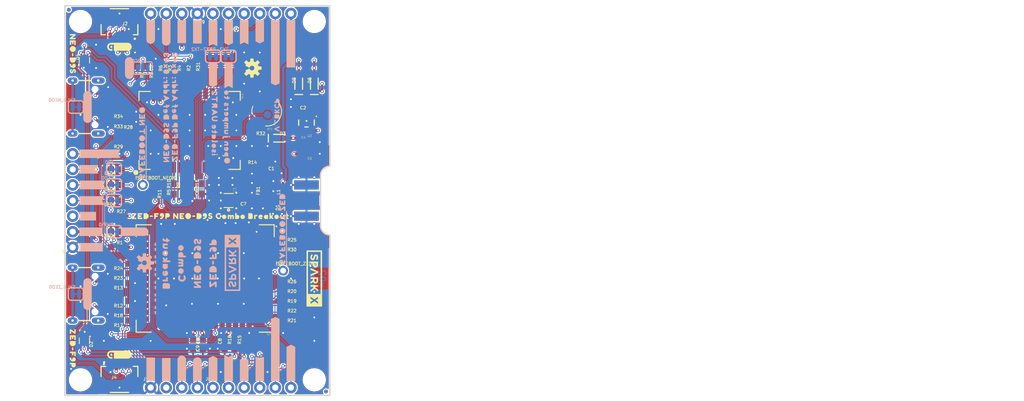
<source format=kicad_pcb>
(kicad_pcb (version 20211014) (generator pcbnew)
  (layers (0 "F.Cu" signal) (1 "In1.Cu" signal) (2 "In2.Cu" signal) (31 "B.Cu" signal) (34 "B.Paste" user) (35 "F.Paste" user) (36 "B.SilkS" user "B.Silkscreen") (37 "F.SilkS" user "F.Silkscreen") (38 "B.Mask" user) (39 "F.Mask" user) (44 "Edge.Cuts" user))
  (net 0 "")
  (net 1 "3.3V")
  (net 2 "GND")
  (net 3 "SCL")
  (net 4 "N$5")
  (net 5 "N$8")
  (net 6 "USB_D-")
  (net 7 "USB_D+")
  (net 8 "ANT")
  (net 9 "5V")
  (net 10 "N$11")
  (net 11 "N$12")
  (net 12 "VCC_RF")
  (net 13 "ANT_VCC")
  (net 14 "D-_NEO")
  (net 15 "N$7")
  (net 16 "N$9")
  (net 17 "N$14")
  (net 18 "N$15")
  (net 19 "SDA")
  (net 20 "~{RESET}")
  (net 21 "N$2")
  (net 22 "N$6")
  (net 23 "N$3")
  (net 24 "N$4")
  (net 25 "ANT_PWR")
  (net 26 "SMA")
  (net 27 "D+_NEO")
  (net 28 "D+_ZED")
  (net 29 "D-_ZED")
  (net 30 "N$16")
  (net 31 "N$17")
  (net 32 "ANT_NEO")
  (net 33 "ANT_ZED")
  (net 34 "V_BKCP")
  (net 35 "~{SAFEBOOT_NEO}")
  (net 36 "N$18")
  (net 37 "N$19")
  (net 38 "TXD2_NEO")
  (net 39 "RXD2_NEO")
  (net 40 "TXD1_NEO")
  (net 41 "RXD1_NEO")
  (net 42 "N$20")
  (net 43 "N$21")
  (net 44 "TXD1_ZED")
  (net 45 "RXD1_ZED")
  (net 46 "N$24")
  (net 47 "N$25")
  (net 48 "TXD2_ZED")
  (net 49 "RXD2_ZED")
  (net 50 "EXT_INT_NEO")
  (net 51 "EXT_INT_ZED")
  (net 52 "~{SAFEBOOT_ZED}")
  (net 53 "RTK")
  (net 54 "GEO")
  (net 55 "TP")
  (net 56 "N$22")
  (net 57 "TX_RDY")
  (net 58 "N$23")
  (net 59 "N$26")
  (net 60 "N$27")
  (net 61 "N$28")
  (net 62 "N$29")
  (net 63 "N$30")
  (net 64 "N$35")
  (net 65 "N$36")
  (net 66 "N$37")
  (net 67 "N$31")
  (net 68 "N$32")
  (net 69 "N$13")
  (net 70 "USB_D-1")
  (net 71 "USB_D+1")
  (net 72 "N$33")
  (net 73 "N$34")
  (net 74 "V_USB")
  (net 75 "V_USB_2")
  (net 76 "SHIELD_ZED")
  (net 77 "SHIELD_NEO")
  (net 78 "N$1")
  (net 79 "N$10")
  (footprint "eagleBoard:NEO#D9S10" (layer "F.Cu") (at 128.1811 81.1276 -90)
    (fp_text reference "U$66" hide)
    (fp_text value "" hide)
  )
  (footprint "eagleBoard:#TX_RDY#0" (layer "F.Cu") (at 128.9431 97.3836)
    (fp_text reference "U$28" hide)
    (fp_text value "" hide)
  )
  (footprint "eagleBoard:0603" (layer "F.Cu") (at 163.1061 122.1486)
    (fp_text reference "R19")
    (fp_text value "33")
  )
  (footprint "eagleBoard:#RX1#0" (layer "F.Cu") (at 156.1211 134.7216 -90)
    (fp_text reference "U$43" hide)
    (fp_text value "" hide)
  )
  (footprint "eagleBoard:0603" (layer "F.Cu") (at 156.5656 105.0036 180)
    (fp_text reference "C7")
    (fp_text value "47pF")
  )
  (footprint "eagleBoard:OSHW-LOGO-S" (layer "F.Cu") (at 157.3911 83.4136 -90)
    (fp_text reference "LOGO1" hide)
    (fp_text value "OSHW-LOGOS" hide)
  )
  (footprint "eagleBoard:0603" (layer "F.Cu") (at 149.1996 103.0986 90)
    (fp_text reference "C11")
    (fp_text value "0.1uF")
  )
  (footprint "eagleBoard:1X06_NO_SILK" (layer "F.Cu") (at 151.0411 74.5236)
    (fp_text reference "J7")
    (fp_text value "")
  )
  (footprint "eagleBoard:0603" (layer "F.Cu") (at 152.9461 128.4986 90)
    (fp_text reference "C8")
    (fp_text value "1.0uF")
  )
  (footprint "eagleBoard:SOT23-5" (layer "F.Cu") (at 166.2811 92.3036 180)
    (fp_text reference "U2")
    (fp_text value "3.3V")
  )
  (footprint "eagleBoard:0603" (layer "F.Cu") (at 149.3901 128.4986 90)
    (fp_text reference "C10")
    (fp_text value "0.1uF")
  )
  (footprint "eagleBoard:1X01_NO_SILK" (layer "F.Cu") (at 139.6111 102.4636)
    (fp_text reference "!SAFEBOOT_NEO!0")
    (fp_text value "TEST-POINTPOGO_PTH")
  )
  (footprint "eagleBoard:0603" (layer "F.Cu") (at 135.2931 112.6236)
    (fp_text reference "R1")
    (fp_text value "1k")
  )
  (footprint "eagleBoard:#3V3#0" (layer "F.Cu") (at 145.9611 75.2856 -90)
    (fp_text reference "U$22" hide)
    (fp_text value "" hide)
  )
  (footprint "eagleBoard:0603" (layer "F.Cu") (at 143.1036 103.0986 -90)
    (fp_text reference "R5")
    (fp_text value "33")
  )
  (footprint "eagleBoard:#RX2#3" (layer "F.Cu") (at 153.5811 75.2856 -90)
    (fp_text reference "U$36" hide)
    (fp_text value "" hide)
  )
  (footprint "eagleBoard:#GND#0" (layer "F.Cu") (at 148.5011 75.2856 -90)
    (fp_text reference "U$1" hide)
    (fp_text value "" hide)
  )
  (footprint "eagleBoard:JST04_1MM_RA" (layer "F.Cu") (at 135.8011 131.6736)
    (fp_text reference "J4")
    (fp_text value "Qwiic Right Angle" hide)
  )
  (footprint "eagleBoard:0603" (layer "F.Cu") (at 136.4361 122.9741 180)
    (fp_text reference "R18")
    (fp_text value "33")
  )
  (footprint "eagleBoard:MS421R_IV03E" (layer "F.Cu") (at 159.8041 90.4621 180)
    (fp_text reference "BT1")
    (fp_text value "RELOWABLE_BATTERY_MS421R")
  )
  (footprint "eagleBoard:0603" (layer "F.Cu") (at 163.1061 112.1791)
    (fp_text reference "R25")
    (fp_text value "33")
  )
  (footprint "eagleBoard:0603" (layer "F.Cu") (at 159.1691 104.1781 90)
    (fp_text reference "FB1")
    (fp_text value "30Ω/1.8A")
  )
  (footprint "eagleBoard:0603" (layer "F.Cu") (at 156.1211 128.4986 90)
    (fp_text reference "R15")
    (fp_text value "27")
  )
  (footprint "eagleBoard:#SDA#1" (layer "F.Cu") (at 145.9611 134.7216 -90)
    (fp_text reference "U$11" hide)
    (fp_text value "" hide)
  )
  (footprint "eagleBoard:0603" (layer "F.Cu") (at 163.1061 123.7361)
    (fp_text reference "R22")
    (fp_text value "33")
  )
  (footprint "eagleBoard:0603" (layer "F.Cu") (at 146.3421 83.9851 90)
    (fp_text reference "R4")
    (fp_text value "33")
  )
  (footprint "eagleBoard:ZED#F9P_NEO#D9S_COMBO_BREAKOUT0" (layer "F.Cu") (at 150.6601 107.5436)
    (fp_text reference "U$75" hide)
    (fp_text value "" hide)
  )
  (footprint "eagleBoard:0603" (layer "F.Cu") (at 144.6276 103.0986 90)
    (fp_text reference "R10")
    (fp_text value "27")
  )
  (footprint "eagleBoard:ZED-F9P" (layer "F.Cu") (at 149.7711 117.7036 180)
    (fp_text reference "U4")
    (fp_text value "U-BLOX_ZED-F9P")
  )
  (footprint "eagleBoard:QWIIC_4MM" (layer "F.Cu") (at 135.8011 130.1242)
    (fp_text reference "U$14" hide)
    (fp_text value "" hide)
  )
  (footprint "eagleBoard:0603" (layer "F.Cu") (at 163.1061 120.5611)
    (fp_text reference "R20")
    (fp_text value "33")
  )
  (footprint "eagleBoard:JST04_1MM_RA" (layer "F.Cu") (at 135.8011 78.3336 180)
    (fp_text reference "J2")
    (fp_text value "Qwiic Right Angle" hide)
  )
  (footprint "eagleBoard:STAND-OFF" (layer "F.Cu") (at 167.5511 75.819)
    (fp_text reference "JP41" hide)
    (fp_text value "STAND-OFF" hide)
  )
  (footprint "eagleBoard:0603" (layer "F.Cu") (at 136.4361 116.8781 180)
    (fp_text reference "R23")
    (fp_text value "33")
  )
  (footprint "eagleBoard:QWIIC_4MM" (layer "F.Cu") (at 135.8011 79.9592)
    (fp_text reference "U$38" hide)
    (fp_text value "" hide)
  )
  (footprint "eagleBoard:#RX1#2" (layer "F.Cu") (at 158.6611 75.2856 -90)
    (fp_text reference "U$49" hide)
    (fp_text value "" hide)
  )
  (footprint "eagleBoard:LED-0603" (layer "F.Cu") (at 135.2931 105.0036 180)
    (fp_text reference "LED2")
    (fp_text value "BLUE")
  )
  (footprint "eagleBoard:#TP#0" (layer "F.Cu") (at 128.9431 99.9236)
    (fp_text reference "U$26" hide)
    (fp_text value "" hide)
  )
  (footprint "eagleBoard:1X01_NO_SILK" (layer "F.Cu") (at 162.4711 116.4336)
    (fp_text reference "!SAFEBOOT_ZED!0")
    (fp_text value "TEST-POINTPOGO_PTH")
  )
  (footprint "eagleBoard:0603" (layer "F.Cu") (at 136.4361 124.5616 180)
    (fp_text reference "R17")
    (fp_text value "33")
  )
  (footprint "eagleBoard:SMA-EDGE" (layer "F.Cu") (at 166.2811 105.0036 -90)
    (fp_text reference "J1" hide)
    (fp_text value "ANTENNA-SMA-GROUNDEDEDGE_SMA" hide)
  )
  (footprint "eagleBoard:0603" (layer "F.Cu") (at 141.7701 83.9851 90)
    (fp_text reference "C3")
    (fp_text value "1.0uF")
  )
  (footprint "eagleBoard:MICRO-FIDUCIAL" (layer "F.Cu") (at 127.5461 73.914)
    (fp_text reference "JP61" hide)
    (fp_text value "FIDUCIALUFIDUCIAL" hide)
  )
  (footprint "eagleBoard:#EXT_INT#0" (layer "F.Cu") (at 161.2011 134.7216 -90)
    (fp_text reference "U$47" hide)
    (fp_text value "" hide)
  )
  (footprint "eagleBoard:1X06_NO_SILK" (layer "F.Cu") (at 151.0411 135.4836)
    (fp_text reference "J8")
    (fp_text value "")
  )
  (footprint "eagleBoard:#RTK#0" (layer "F.Cu") (at 128.9431 105.0036)
    (fp_text reference "U$16" hide)
    (fp_text value "" hide)
  )
  (footprint "eagleBoard:##RESET##0" (layer "F.Cu") (at 163.7411 134.7216 -90)
    (fp_text reference "U$45" hide)
    (fp_text value "" hide)
  )
  (footprint "eagleBoard:LED-0603" (layer "F.Cu") (at 135.2931 102.4636 180)
    (fp_text reference "LED3")
    (fp_text value "BLUE")
  )
  (footprint "eagleBoard:0603" (layer "F.Cu") (at 136.4361 121.3866 180)
    (fp_text reference "R12")
    (fp_text value "5.1k")
  )
  (footprint "eagleBoard:SOD-323" (layer "F.Cu") (at 167.5511 85.9536 90)
    (fp_text reference "D6")
    (fp_text value "1A/23V/620mV")
  )
  (footprint "eagleBoard:SOD-323" (layer "F.Cu") (at 161.8361 94.8436)
    (fp_text reference "D3")
    (fp_text value "0.5A/40V/420mV")
  )
  (footprint "eagleBoard:0603" (layer "F.Cu") (at 163.1061 125.3236)
    (fp_text reference "R21")
    (fp_text value "33")
  )
  (footprint "eagleBoard:#3V3#0" (layer "F.Cu") (at 128.9431 110.0836)
    (fp_text reference "U$56" hide)
    (fp_text value "" hide)
  )
  (footprint "eagleBoard:0603" (layer "F.Cu") (at 158.0261 94.8436)
    (fp_text reference "R32")
    (fp_text value "3.3k")
  )
  (footprint "eagleBoard:0603" (layer "F.Cu") (at 140.2461 83.9851 -90)
    (fp_text reference "R8")
    (fp_text value "2.2k")
  )
  (footprint "eagleBoard:0603" (layer "F.Cu") (at 138.7221 83.9851 -90)
    (fp_text reference "R7")
    (fp_text value "2.2k")
  )
  (footprint "eagleBoard:1X07_NO_SILK" (layer "F.Cu") (at 128.1811 112.6236 90)
    (fp_text reference "J5")
    (fp_text value "")
  )
  (footprint "eagleBoard:#RX2#0" (layer "F.Cu") (at 151.0411 134.7216 -90)
    (fp_text reference "U$34" hide)
    (fp_text value "" hide)
  )
  (footprint "eagleBoard:USB-C-16P_4LAYER-PADS" (layer "F.Cu") (at 133.2611 89.7636 -90)
    (fp_text reference "J6")
    (fp_text value "USB Female Type C Connector" hide)
  )
  (footprint "eagleBoard:#5V#0" (layer "F.Cu") (at 128.9431 107.5436)
    (fp_text reference "U$20" hide)
    (fp_text value "" hide)
  )
  (footprint "eagleBoard:0603" (layer "F.Cu") (at 146.1516 103.0986 90)
    (fp_text reference "R9")
    (fp_text value "27")
  )
  (footprint "eagleBoard:LED-0603" (layer "F.Cu") (at 135.2931 99.9236 180)
    (fp_text reference "LED4")
    (fp_text value "BLUE")
  )
  (footprint "eagleBoard:#TX2#0" (layer "F.Cu") (at 153.5811 134.7216 -90)
    (fp_text reference "U$39" hide)
    (fp_text value "" hide)
  )
  (footprint "eagleBoard:0603" (layer "F.Cu") (at 136.4361 118.4656 180)
    (fp_text reference "R13")
    (fp_text value "5.1k")
  )
  (footprint "eagleBoard:0603" (layer "F.Cu") (at 144.8181 83.9851 90)
    (fp_text reference "R3")
    (fp_text value "33")
  )
  (footprint "eagleBoard:STAND-OFF" (layer "F.Cu") (at 167.5511 134.2136)
    (fp_text reference "JP101" hide)
    (fp_text value "STAND-OFF" hide)
  )
  (footprint "eagleBoard:0603" (layer "F.Cu") (at 159.9946 100.5586)
    (fp_text reference "C1")
    (fp_text value "47pF")
  )
  (footprint "eagleBoard:0603" (layer "F.Cu") (at 143.2941 83.9851 90)
    (fp_text reference "R6")
    (fp_text value "33")
  )
  (footprint "eagleBoard:ORDERING_INSTRUCTIONS" (layer "F.Cu") (at 181.5211 73.2536)
    (fp_text reference "LOGO5" hide)
    (fp_text value "SPECIAL_INSTRUCTIONS-ORDERING" hide)
  )
  (footprint "eagleBoard:0603" (layer "F.Cu") (at 149.3901 83.9851 90)
    (fp_text reference "R31")
    (fp_text value "33")
  )
  (footprint "eagleBoard:0603" (layer "F.Cu") (at 136.4361 90.5256 180)
    (fp_text reference "R34")
    (fp_text value "5.1k")
  )
  (footprint "eagleBoard:#GEO#0" (layer "F.Cu") (at 128.9431 102.4636)
    (fp_text reference "U$18" hide)
    (fp_text value "" hide)
  )
  (footprint "eagleBoard:#3V3#4" (layer "F.Cu") (at 143.4211 134.7216 -90)
    (fp_text reference "U$25" hide)
    (fp_text value "" hide)
  )
  (footprint "eagleBoard:#SCL#0" (layer "F.Cu") (at 140.8811 75.2856 -90)
    (fp_text reference "U$13" hide)
    (fp_text value "" hide)
  )
  (footprint "eagleBoard:0603" (layer "F.Cu") (at 163.1061 118.9736)
    (fp_text reference "R26")
    (fp_text value "33")
  )
  (footprint "eagleBoard:0603" (layer "F.Cu") (at 158.2801 98.0186 180)
    (fp_text reference "R14")
    (fp_text value "10")
  )
  (footprint "eagleBoard:0603" (layer "F.Cu") (at 141.5796 103.0986 -90)
    (fp_text reference "R11")
    (fp_text value "33")
  )
  (footprint "eagleBoard:#ANT_PWR#1" (layer "F.Cu") (at 163.7411 75.2856 -90)
    (fp_text reference "U$59" hide)
    (fp_text value "" hide)
  )
  (footprint "eagleBoard:STAND-OFF" (layer "F.Cu") (at 129.4511 134.2136)
    (fp_text reference "JP91" hide)
    (fp_text value "STAND-OFF" hide)
  )
  (footprint "eagleBoard:STAND-OFF" (layer "F.Cu") (at 129.4511 75.819)
    (fp_text reference "JP31" hide)
    (fp_text value "STAND-OFF" hide)
  )
  (footprint "eagleBoard:#SDA#0" (layer "F.Cu") (at 143.4211 75.2856 -90)
    (fp_text reference "U$8" hide)
    (fp_text value "" hide)
  )
  (footprint "eagleBoard:0603" (layer "F.Cu") (at 136.4361 92.1766 180)
    (fp_text reference "R33")
    (fp_text value "5.1k")
  )
  (footprint "eagleBoard:0603_NO-CREAM" (layer "F.Cu") (at 162.4711 104.1146 90)
    (fp_text reference "L1")
    (fp_text value "DNP")
  )
  (footprint "eagleBoard:0603" (layer "F.Cu") (at 154.5336 128.4986 90)
    (fp_text reference "R16")
    (fp_text value "27")
  )
  (footprint "eagleBoard:0402" (layer "F.Cu") (at 160.8201 105.5751 -90)
    (fp_text reference "D1")
    (fp_text value "PESD0402-0402" hide)
  )
  (footprint "eagleBoard:SPARKX-MEDIUM" (layer "F.Cu") (at 167.5511 117.7036 -90)
    (fp_text reference "U$77" hide)
    (fp_text value "SPARKX-LOGO4" hide)
  )
  (footprint "eagleBoard:#TX2#3" (layer "F.Cu") (at 151.0411 75.2856 -90)
    (fp_text reference "U$41" hide)
    (fp_text value "" hide)
  )
  (footprint "eagleBoard:0603" (layer "F.Cu") (at 136.4361 115.2906 180)
    (fp_text reference "R24")
    (fp_text value "33")
  )
  (footprint "eagleBoard:0603" (layer "F.Cu") (at 147.8026 128.4986 -90)
    (fp_text reference "C9")
    (fp_text value "1.0uF")
  )
  (footprint "eagleBoard:0603" (layer "F.Cu") (at 147.8661 83.9851 90)
    (fp_text reference "R2")
    (fp_text value "33")
  )
  (footprint "eagleBoard:SOD-323" (layer "F.Cu") (at 165.0111 85.9536 90)
    (fp_text reference "D5")
    (fp_text value "1A/23V/620mV")
  )
  (footprint "eagleBoard:NEO-M9N_M8T_M8U_D9S" (layer "F.Cu") (at 147.2311 93.5736 -90)
    (fp_text reference "U1")
    (fp_text value "U-BLOX_NEO-D9S-00B")
  )
  (footprint "eagleBoard:0603" (layer "F.Cu") (at 136.4361 95.4786 180)
    (fp_text reference "R29")
    (fp_text value "1k")
  )
  (footprint "eagleBoard:0603" (layer "F.Cu") (at 166.2811 95.4786)
    (fp_text reference "C4")
    (fp_text value "1.0uF")
  )
  (footprint "eagleBoard:SOT886" (layer "F.Cu") (at 130.0861 82.1436 90)
    (fp_text reference "D4")
    (fp_text value "PRTR5V0U2F")
  )
  (footprint "eagleBoard:PD0922J5050S2HF_ANA" (layer "F.Cu") (at 153.5811 105.0036 -90)
    (fp_text reference "U3")
    (fp_text value "POWER-DIVIDER")
  )
  (footprint "eagleBoard:#EXT_INT_NEO#0" (layer "F.Cu") (at 161.2011 75.2856 -90)
    (fp_text reference "U$62" hide)
    (fp_text value "" hide)
  )
  (footprint "eagleBoard:0603" (layer "F.Cu") (at 136.4361 93.8276)
    (fp_text reference "R28")
    (fp_text value "1k")
  )
  (footprint "eagleBoard:0603" (layer "F.Cu") (at 135.2931 107.5436)
    (fp_text reference "R27")
    (fp_text value "1k")
  )
  (footprint "eagleBoard:#SCL#1" (layer "F.Cu") (at 148.5011 134.7216 -90)
    (fp_text reference "U$30" hide)
    (fp_text value "" hide)
  )
  (footprint "eagleBoard:0603" (layer "F.Cu") (at 147.6756 103.0986 -90)
    (fp_text reference "C6")
    (fp_text value "1.0uF")
  )
  (footprint "eagleBoard:0603" (layer "F.Cu") (at 163.1061 113.7666)
    (fp_text reference "R30")
    (fp_text value "33")
  )
  (footprint "eagleBoard:ZED#F9P10" (layer "F.Cu") (at 128.1811 129.1336 -90)
    (fp_text reference "U$65" hide)
    (fp_text value "" hide)
  )
  (footprint "eagleBoard:SOT886" (layer "F.Cu") (at 130.0861 127.8636 -90)
    (fp_text reference "D2")
    (fp_text value "PRTR5V0U2F")
  )
  (footprint "eagleBoard:0603" (layer "F.Cu") (at 166.2811 89.1286 180)
    (fp_text reference "C2")
    (fp_text value "1.0uF")
  )
  (footprint "eagleBoard:LED-0603" (layer "F.Cu") (at 135.2931 110.0836 180)
    (fp_text reference "LED1")
    (fp_text value "RED")
  )
  (footprint "eagleBoard:1X04_NO_SILK" (layer "F.Cu") (at 140.8811 135.4836)
    (fp_text reference "J10")
    (fp_text value "")
  )
  (footprint "eagleBoard:#TX1#2" (layer "F.Cu") (at 156.1211 75.2856 -90)
    (fp_text reference "U$60" hide)
    (fp_text value "" hide)
  )
  (footprint "eagleBoard:#GND#1" (layer "F.Cu") (at 140.8811 134.7216 -90)
    (fp_text reference "U$4" hide)
    (fp_text value "" hide)
  )
  (footprint "eagleBoard:USB-C-16P_4LAYER-PADS" (layer "F.Cu") (at 133.2611 120.2436 -90)
    (fp_text reference "J3")
    (fp_text value "USB Female Type C Connector" hide)
  )
  (footprint "eagleBoard:#TX1#0" (layer "F.Cu") (at 158.6611 134.7216 -90)
    (fp_text reference "U$51" hide)
    (fp_text value "" hide)
  )
  (footprint "eagleBoard:1X04_NO_SILK" (layer "F.Cu") (at 148.5011 74.5236 180)
    (fp_text reference "J9")
    (fp_text value "")
  )
  (footprint "eagleBoard:MICRO-FIDUCIAL" (layer "F.Cu") (at 169.4561 136.1186)
    (fp_text reference "JP21" hide)
    (fp_text value "FIDUCIALUFIDUCIAL" hide)
  )
  (footprint "eagleBoard:0603" (layer "F.Cu") (at 166.2811 97.3836 180)
    (fp_text reference "C5")
    (fp_text value "0.1uF")
  )
  (footprint "eagleBoard:CREATIVE_COMMONS" (layer "F.Cu") (at 199.3011 135.4836)
    (fp_text reference "FRAME2" hide)
    (fp_text value "FRAME-LEDGER" hide)
  )
  (footprint "eagleBoard:#GND#0" (layer "F.Cu") (at 128.9431 112.6236)
    (fp_text reference "U$2" hide)
    (fp_text value "" hide)
  )
  (footprint "eagleBoard:#GND#1" (layer "B.Cu") (at 148.5011 75.2856 90)
    (fp_text reference "U$6" hide)
    (fp_text value "" hide)
  )
  (footprint "eagleBoard:#I�C#0" (layer "B.Cu") (at 137.3886 83.4136 90)
    (fp_text reference "U$52" hide)
    (fp_text value "" hide)
  )
  (footprint "eagleBoard:#TX2#0" (layer "B.Cu") (at 151.0411 75.2856 90)
    (fp_text reference "U$40" hide)
    (fp_text value "" hide)
  )
  (footprint "eagleBoard:#SDA#1" (layer "B.Cu") (at 143.4211 75.2856 90)
    (fp_text reference "U$12" hide)
    (fp_text value "" hide)
  )
  (footprint "eagleBoard:#TX2#3" (layer "B.Cu") (at 153.5811 134.7216 90)
    (fp_text reference "U$42" hide)
    (fp_text value "" hide)
  )
  (footprint "eagleBoard:OPEN_JUMPERS_TO0" (layer "B.Cu") (at 153.3271 92.9386 90)
    (fp_text reference "U$33" hide)
    (fp_text value "" hide)
  )
  (footprint "eagleBoard:SMT-JUMPER_2_NC_TRACE_SILK" (layer "B.Cu") (at 134.9121 105.0036 180)
    (fp_text reference "RTK0")
    (fp_text value "JUMPER-SMT_2_NC_TRACE_SILK")
  )
  (footprint "eagleBoard:#GND#0" (layer "B.Cu") (at 140.8811 134.7216 90)
    (fp_text reference "U$3" hide)
    (fp_text value "" hide)
  )
  (footprint "eagleBoard:#PWR#0" (layer "B.Cu") (at 135.8011 110.0836 180)
    (fp_text reference "U$69" hide)
    (fp_text value "" hide)
  )
  (footprint "eagleBoard:SMT-JUMPER_2_NC_TRACE_SILK" (layer "B.Cu") (at 128.6891 89.7636 180)
    (fp_text reference "SHLD_NEO0")
    (fp_text value "JUMPER-SMT_2_NC_TRACE_SILK")
  )
  (footprint "eagleBoard:PAD.03X.05" (layer "B.Cu") (at 159.9311 91.0336 180)
    (fp_text reference "V_BKCP0" hide)
    (fp_text value "TEST-POINT3X5" hide)
  )
  (footprint "eagleBoard:SMT-JUMPER_2_NC_TRACE_SILK" (layer "B.Cu") (at 134.9121 99.9236 180)
    (fp_text reference "TP0")
    (fp_text value "JUMPER-SMT_2_NC_TRACE_SILK")
  )
  (footprint "eagleBoard:#GND#1" (layer "B.Cu") (at 128.9431 112.6236 180)
    (fp_text reference "U$5" hide)
    (fp_text value "" hide)
  )
  (footprint "eagleBoard:#TX1#2" (layer "B.Cu") (at 158.6611 134.7216 90)
    (fp_text reference "U$61" hide)
    (fp_text value "" hide)
  )
  (footprint "eagleBoard:SMT-JUMPER_2_NC_TRACE_SILK" (layer "B.Cu") (at 153.5811 81.5086 180)
    (fp_text reference "TX2-RX2")
    (fp_text value "JUMPER-SMT_2_NC_TRACE_SILK")
  )
  (footprint "eagleBoard:SMT-JUMPER_2_NC_TRACE_SILK" (layer "B.Cu") (at 151.0411 81.5086 180)
    (fp_text reference "RX2-TX2")
    (fp_text value "JUMPER-SMT_2_NC_TRACE_SILK")
  )
  (footprint "eagleBoard:SMT-JUMPER_3_NO_SILK" (layer "B.Cu") (at 139.6111 83.4136 180)
    (fp_text reference "I2C0")
    (fp_text value "JUMPER-SMT_3_NO_SILK" hide)
  )
  (footprint "eagleBoard:#3V3#0" (layer "B.Cu") (at 143.4211 134.7216 90)
    (fp_text reference "U$23" hide)
    (fp_text value "" hide)
  )
  (footprint "eagleBoard:MICRO-FIDUCIAL" (layer "B.Cu") (at 127.5461 73.914 180)
    (fp_text reference "JP81" hide)
    (fp_text value "FIDUCIALUFIDUCIAL" hide)
  )
  (footprint "eagleBoard:ISOLATE_UART21" (layer "B.Cu") (at 151.2951 92.3036 90)
    (fp_text reference "U$54" hide)
    (fp_text value "" hide)
  )
  (footprint "eagleBoard:#SAFEBOOT#_ZED0" (layer "B.Cu") (at 162.4711 116.0526 90)
    (fp_text reference "U$72" hide)
    (fp_text value "" hide)
  )
  (footprint "eagleBoard:#3V3#4" (layer "B.Cu") (at 145.9611 75.2856 90)
    (fp_text reference "U$24" hide)
    (fp_text value "" hide)
  )
  (footprint "eagleBoard:#ANT_PWR#0" (layer "B.Cu") (at 163.7411 75.2856 90)
    (fp_text reference "U$58" hide)
    (fp_text value "" hide)
  )
  (footprint "eagleBoard:ZED#F9P0" (layer "B.Cu") (at 151.0411 115.1636 90)
    (fp_text reference "U$64" hide)
    (fp_text value "" hide)
  )
  (footprint "eagleBoard:SPARKX-MEDIUM" (layer "B.Cu") (at 154.2161 115.1636 90)
    (fp_text reference "U$78" hide)
    (fp_text value "SPARKX-LOGO4" hide)
  )
  (footprint "eagleBoard:#TP#1" (layer "B.Cu") (at 128.9431 99.9236 180)
    (fp_text reference "U$27" hide)
    (fp_text value "" hide)
  )
  (footprint "eagleBoard:#SAFEBOOT#_NEO0" (layer "B.Cu") (at 139.6111 102.0826 90)
    (fp_text reference "U$71" hide)
    (fp_text value "" hide)
  )
  (footprint "eagleBoard:#RX2#0" (layer "B.Cu") (at 153.5811 75.2856 90)
    (fp_text reference "U$35" hide)
    (fp_text value "" hide)
  )
  (footprint "eagleBoard:#3V3#4" (layer "B.Cu") (at 128.9431 110.0836 180)
    (fp_text reference "U$70" hide)
    (fp_text value "" hide)
  )
  (footprint "eagleBoard:MICRO-FIDUCIAL" (layer "B.Cu") (at 169.4561 136.1186 180)
    (fp_text reference "JP71" hide)
    (fp_text value "FIDUCIALUFIDUCIAL" hide)
  )
  (footprint "eagleBoard:#TX1#0" (layer "B.Cu") (at 156.1211 75.2856 90)
    (fp_text reference "U$57" hide)
    (fp_text value "" hide)
  )
  (footprint "eagleBoard:SMT-JUMPER_2_NC_TRACE_SILK" (layer "B.Cu") (at 134.9121 102.4636 180)
    (fp_text reference "GEO0")
    (fp_text value "JUMPER-SMT_2_NC_TRACE_SILK")
  )
  (footprint "eagleBoard:SMT-JUMPER_2_NC_TRACE_SILK" (layer "B.Cu") (at 134.9121 110.0836 180)
    (fp_text reference "PWR\\0")
    (fp_text value "JUMPER-SMT_2_NC_TRACE_SILK" hide)
  )
  (footprint "eagleBoard:#EXT_INT_NEO#1" (layer "B.Cu") (at 161.2011 75.2856 90)
    (fp_text reference "U$63" hide)
    (fp_text value "" hide)
  )
  (footprint "eagleBoard:#TX_RDY#1" (layer "B.Cu") (at 128.9431 97.3836 180)
    (fp_text reference "U$29" hide)
    (fp_text value "" hide)
  )
  (footprint "eagleBoard:OSHW-LOGO-S" (layer "B.Cu") (at 139.8651 115.1636 90)
    (fp_text reference "LOGO4" hide)
    (fp_text value "OSHW-LOGOS" hide)
  )
  (footprint "eagleBoard:#RX2#3" (layer "B.Cu") (at 151.0411 134.7216 90)
    (fp_text reference "U$37" hide)
    (fp_text value "" hide)
  )
  (footprint "eagleBoard:V_BKCP0" (layer "B.Cu") (at 161.4551 91.0336 90)
    (fp_text reference "U$76" hide)
    (fp_text value "" hide)
  )
  (footprint "eagleBoard:#SCL#1" (layer "B.Cu") (at 140.8811 75.2856 90)
    (fp_text reference "U$15" hide)
    (fp_text value "" hide)
  )
  (footprint "eagleBoard:#RX1#0" (layer "B.Cu") (at 158.6611 75.2856 90)
    (fp_text reference "U$44" hide)
    (fp_text value "" hide)
  )
  (footprint "eagleBoard:BREAKOUT11" (layer "B.Cu") (at 143.4211 115.1636 90)
    (fp_text reference "U$68" hide)
    (fp_text value "" hide)
  )
  (footprint "eagleBoard:#RX2#0" (layer "B.Cu") (at 151.0411 82.1436 90)
    (fp_text reference "U$32" hide)
    (fp_text value "" hide)
  )
  (footprint "eagleBoard:NEO#D9S_DEF_ADDR#_0X4310" (layer "B.Cu") (at 143.4211 89.7636 90)
    (fp_text reference "U$73" hide)
    (fp_text value "" hide)
  )
  (footprint "eagleBoard:#RX1#2" (layer "B.Cu") (at 156.1211 134.7216 90)
    (fp_text reference "U$50" hide)
    (fp_text value "" hide)
  )
  (footprint "eagleBoard:#5V#6" (layer "B.Cu") (at 128.9431 107.5436 180)
    (fp_text reference "U$21" hide)
    (fp_text value "" hide)
  )
  (footprint "eagleBoard:#SDA#0" (layer "B.Cu") (at 145.9611 134.7216 90)
    (fp_text reference "U$10" hide)
    (fp_text value "" hide)
  )
  (footprint "eagleBoard:#SCL#0" (layer "B.Cu") (at 148.5011 134.7216 90)
    (fp_text reference "U$9" hide)
    (fp_text value "" hide)
  )
  (footprint "eagleBoard:NEO#D9S0" (layer "B.Cu") (at 148.5011 115.1636 90)
    (fp_text reference "U$55" hide)
    (fp_text value "" hide)
  )
  (footprint "eagleBoard:#EXT_INT_ZED#0" (layer "B.Cu") (at 161.2011 134.7216 90)
    (fp_text reference "U$48" hide)
    (fp_text value "" hide)
  )
  (footprint "eagleBoard:##RESET##1" (layer "B.Cu") (at 163.7411 134.7216 90)
    (fp_text reference "U$46" hide)
    (fp_text value "" hide)
  )
  (footprint "eagleBoard:COMBO10" (layer "B.Cu") (at 145.9611 115.1636 90)
    (fp_text reference "U$67" hide)
    (fp_text value "" hide)
  )
  (footprint "eagleBoard:#SHLD#0" (layer "B.Cu") (at 130.5941 120.2436 90)
    (fp_text reference "U$53" hide)
    (fp_text value "" hide)
  )
  (footprint "eagleBoard:#GEO#1" (layer "B.Cu") (at 128.9431 102.4636 180)
    (fp_text reference "U$19" hide)
    (fp_text value "" hide)
  )
  (footprint "eagleBoard:#RTK#1" (layer "B.Cu") (at 128.9431 105.0036 180)
    (fp_text reference "U$17" hide)
    (fp_text value "" hide)
  )
  (footprint "eagleBoard:SMT-JUMPER_2_NC_TRACE_SILK" (layer "B.Cu") (at 128.6891 120.2436 180)
    (fp_text reference "SHLD_ZED0")
    (fp_text value "JUMPER-SMT_2_NC_TRACE_SILK" hide)
  )
  (footprint "eagleBoard:#SHLD#0" (layer "B.Cu") (at 130.5941 89.7636 90)
    (fp_text reference "U$7" hide)
    (fp_text value "" hide)
  )
  (footprint "eagleBoard:ZED#F9P_DEF_ADDR#_0X420" (layer "B.Cu") (at 144.8181 89.6366 90)
    (fp_text reference "U$74" hide)
    (fp_text value "" hide)
  )
  (footprint "eagleBoard:#TX2#0" (layer "B.Cu") (at 153.5811 82.1436 90)
    (fp_text reference "U$31" hide)
    (fp_text value "" hide)
  )
  (gr_arc (start 168.5671 100.9396) (mid 169.013469 99.861969) (end 170.0911 99.4156) (layer "Edge.Cuts") (width 0.2032))
  (gr_line (start 126.9111 73.2536) (end 170.0911 73.2536) (layer "Edge.Cuts") (width 0.2032))
  (gr_line (start 126.9111 136.7536) (end 126.9111 73.2536) (layer "Edge.Cuts") (width 0.2032))
  (gr_line (start 170.0911 110.5916) (end 170.0911 136.7536) (layer "Edge.Cuts") (width 0.2032))
  (gr_line (start 168.5671 100.9396) (end 168.5671 109.0676) (layer "Edge.Cuts") (width 0.2032))
  (gr_arc (start 170.0911 110.5916) (mid 169.013469 110.145231) (end 168.5671 109.0676) (layer "Edge.Cuts") (width 0.2032))
  (gr_line (start 170.0911 73.2536) (end 170.0911 99.4156) (layer "Edge.Cuts") (width 0.2032))
  (gr_line (start 170.0911 136.7536) (end 126.9111 136.7536) (layer "Edge.Cuts") (width 0.2032))
  (gr_text "x02" (at 168.8211 117.7036 -90) (layer "B.Cu") (effects (font (size 1.0795 1.0795) (thickness 0.1905)) (justify mirror)))
  (segment (start 148.1211 126.5926) (end 148.1201 126.5936) (width 0.508) (layer "F.Cu") (net 1))
  (segment (start 146.8311 100.1586) (end 147.6756 101.0031) (width 0.508) (layer "F.Cu") (net 1))
  (segment (start 149.2211 126.5516) (end 149.2631 126.5936) (width 0.508) (layer "F.Cu") (net 1))
  (segment (start 135.2931 131.6816) (end 135.3011 131.6736) (width 0.508) (layer "F.Cu") (net 1))
  (segment (start 136.3011 78.3336) (end 136.3011 80.1036) (width 0.508) (layer "F.Cu") (net 1))
  (segment (start 135.5471 80.8736) (end 135.5471 80.8576) (width 0.508) (layer "F.Cu") (net 1))
  (segment (start 128.1811 110.0836) (end 130.7211 110.0836) (width 0.508) (layer "F.Cu") (net 1))
  (segment (start 141.3311 87.5736) (end 141.3311 88.9326) (width 0.508) (layer "F.Cu") (net 1))
  (segment (start 146.8311 98.1266) (end 146.7866 98.0821) (width 0.508) (layer "F.Cu") (net 1))
  (segment (start 146.8311 99.5736) (end 146.8311 100.1586) (width 0.508) (layer "F.Cu") (net 1))
  (segment (start 149.2211 125.1536) (end 149.2211 126.5516) (width 0.508) (layer "F.Cu") (net 1))
  (segment (start 147.6756 101.0031) (end 147.6756 102.2486) (width 0.508) (layer "F.Cu") (net 1))
  (segment (start 136.1431 107.5436) (end 137.4521 107.5436) (width 0.508) (layer "F.Cu") (net 1))
  (segment (start 165.4311 95.4786) (end 166.2811 94.6286) (width 0.508) (layer "F.Cu") (net 1))
  (segment (start 136.3011 78.3336) (end 136.3011 77.0716) (width 0.508) (layer "F.Cu") (net 1))
  (segment (start 153.6211 125.1536) (end 153.6211 126.5536) (width 0.508) (layer "F.Cu") (net 1))
  (segment (start 147.8026 126.9111) (end 148.1201 126.5936) (width 0.508) (layer "F.Cu") (net 1))
  (segment (start 166.632 93.6037) (end 167.2311 93.6037) (width 0.508) (layer "F.Cu") (net 1))
  (segment (start 136.1431 112.6236) (end 137.7061 112.6236) (width 0.508) (layer "F.Cu") (net 1))
  (segment (start 141.3311 86.0116) (end 141.7701 85.5726) (width 0.508) (layer "F.Cu") (net 1))
  (segment (start 135.2931 132.8166) (end 135.2931 131.6816) (width 0.508) (layer "F.Cu") (net 1))
  (segment (start 141.3311 87.5736) (end 141.3311 86.0116) (width 0.508) (layer "F.Cu") (net 1))
  (segment (start 153.6211 126.5536) (end 153.5811 126.5936) (width 0.508) (layer "F.Cu") (net 1))
  (segment (start 165.4311 97.3836) (end 164.2491 97.3836) (width 0.508) (layer "F.Cu") (net 1))
  (segment (start 168.156 93.6037) (end 168.1861 93.5736) (width 0.508) (layer "F.Cu") (net 1))
  (segment (start 147.8026 127.6486) (end 147.7391 127.5851) (width 0.508) (layer "F.Cu") (net 1))
  (segment (start 148.1211 125.1536) (end 148.1211 126.5926) (width 0.508) (layer "F.Cu") (net 1))
  (segment (start 165.4311 95.4786) (end 165.4311 97.3836) (width 0.508) (layer "F.Cu") (net 1))
  (segment (start 147.8026 127.6486) (end 147.8026 126.9111) (width 0.508) (layer "F.Cu") (net 1))
  (segment (start 136.3011 80.1036) (end 137.0711 80.8736) (width 0.508) (layer "F.Cu") (net 1))
  (segment (start 149.1996 102.2486) (end 147.6756 102.2486) (width 0.508) (layer "F.Cu") (net 1))
  (segment (start 152.9461 127.2286) (end 153.5811 126.5936) (width 0.508) (layer "F.Cu") (net 1))
  (segment (start 152.9461 127.6486) (end 152.9461 127.2286) (width 0.508) (layer "F.Cu") (net 1))
  (segment (start 136.3011 77.0716) (end 136.3091 77.0636) (width 0.508) (layer "F.Cu") (net 1))
  (segment (start 165.4311 95.4786) (end 164.7961 94.8436) (width 0.508) (layer "F.Cu") (net 1))
  (segment (start 164.7961 94.8436) (end 164.1221 94.8436) (width 0.508) (layer "F.Cu") (net 1))
  (segment (start 142.4311 87.5736) (end 142.4311 88.9006) (width 0.508) (layer "F.Cu") (net 1))
  (segment (start 166.2811 94.6286) (end 166.2811 93.9546) (width 0.508) (layer "F.Cu") (net 1))
  (segment (start 167.2311 93.6037) (end 168.156 93.6037) (width 0.508) (layer "F.Cu") (net 1))
  (segment (start 142.4311 88.9006) (end 142.5321 89.0016) (width 0.508) (layer "F.Cu") (net 1))
  (segment (start 166.2811 93.9546) (end 166.632 93.6037) (width 0.508) (layer "F.Cu") (net 1))
  (segment (start 130.7211 110.0836) (end 131.9911 111.3536) (width 0.508) (layer "F.Cu") (net 1))
  (segment (start 149.3901 127.6486) (end 149.3901 126.7206) (width 0.508) (layer "F.Cu") (net 1))
  (segment (start 141.7701 85.5726) (end 141.7701 84.8351) (width 0.508) (layer "F.Cu") (net 1))
  (segment (start 141.3311 88.9326) (end 141.2621 89.0016) (width 0.508) (layer "F.Cu") (net 1))
  (segment (start 146.8311 99.5736) (end 146.8311 98.1266) (width 0.508) (layer "F.Cu") (net 1))
  (segment (start 135.5471 80.8576) (end 136.3011 80.1036) (width 0.508) (layer "F.Cu") (net 1))
  (segment (start 149.3901 126.7206) (end 149.2631 126.5936) (width 0.508) (layer "F.Cu") (net 1))
  (segment (start 162.9861 94.8436) (end 164.1221 94.8436) (width 0.508) (layer "F.Cu") (net 1))
  (segment (start 145.9611 74.5236) (end 145.9611 80.1116) (width 0.508) (layer "F.Cu") (net 1))
  (via (at 146.7866 98.0821) (size 0.554) (drill 0.3) (layers "F.Cu" "B.Cu") (net 1))
  (via (at 131.9911 111.3536) (size 0.554) (drill 0.3) (layers "F.Cu" "B.Cu") (net 1))
  (via (at 142.5321 89.0016) (size 0.554) (drill 0.3) (layers "F.Cu" "B.Cu") (net 1))
  (via (at 153.5811 126.5936) (size 0.554) (drill 0.3) (layers "F.Cu" "B.Cu") (net 1))
  (via (at 149.2631 126.5936) (size 0.554) (drill 0.3) (layers "F.Cu" "B.Cu") (net 1))
  (via (at 135.5471 80.8736) (size 0.554) (drill 0.3) (layers "F.Cu" "B.Cu") (net 1))
  (via (at 148.1201 126.5936) (size 0.554) (drill 0.3) (layers "F.Cu" "B.Cu") (net 1))
  (via (at 139.6111 81.9888) (size 0.554) (drill 0.3) (layers "F.Cu" "B.Cu") (net 1))
  (via (at 141.2621 89.0016) (size 0.554) (drill 0.3) (layers "F.Cu" "B.Cu") (net 1))
  (via (at 135.2931 132.8166) (size 0.554) (drill 0.3) (layers "F.Cu" "B.Cu") (net 1))
  (via (at 136.3091 77.0636) (size 0.554) (drill 0.3) (layers "F.Cu" "B.Cu") (net 1))
  (via (at 137.0711 80.8736) (size 0.554) (drill 0.3) (layers "F.Cu" "B.Cu") (net 1))
  (via (at 137.7061 112.6236) (size 0.554) (drill 0.3) (layers "F.Cu" "B.Cu") (net 1))
  (via (at 145.9611 80.1116) (size 0.554) (drill 0.3) (layers "F.Cu" "B.Cu") (net 1))
  (via (at 164.1221 94.8436) (size 0.554) (drill 0.3) (layers "F.Cu" "B.Cu") (net 1))
  (via (at 168.1861 93.5736) (size 0.554) (drill 0.3) (layers "F.Cu" "B.Cu") (net 1))
  (via (at 137.4521 107.5436) (size 0.554) (drill 0.3) (layers "F.Cu" "B.Cu") (net 1))
  (via (at 164.2491 97.3836) (size 0.554) (drill 0.3) (layers "F.Cu" "B.Cu") (net 1))
  (segment (start 139.6111 83.4136) (end 139.6111 81.9888) (width 0.508) (layer "B.Cu") (net 1))
  (segment (start 137.3251 78.3096) (end 137.3251 77.0636) (width 0.508) (layer "F.Cu") (net 2))
  (segment (start 130.0861 83.243994) (end 129.9916 83.338494) (width 0.254) (layer "F.Cu") (net 2))
  (segment (start 130.0861 82.5736) (end 130.0861 83.243994) (width 0.254) (layer "F.Cu") (net 2))
  (segment (start 137.3011 78.3336) (end 137.3251 78.3096) (width 0.508) (layer "F.Cu") (net 2))
  (segment (start 130.0861 126.4515) (end 130.1345 126.4031) (width 0.254) (layer "F.Cu") (net 2))
  (segment (start 166.2811 91.0035) (end 166.2811 92.0139) (width 0.4064) (layer "F.Cu") (net 2))
  (segment (start 137.3011 78.3336) (end 137.3011 79.8336) (width 0.508) (layer "F.Cu") (net 2))
  (segment (start 137.3011 79.8336) (end 138.3411 80.8736) (width 0.508) (layer "F.Cu") (net 2))
  (segment (start 130.0861 127.4336) (end 130.0861 126.4515) (width 0.254) (layer "F.Cu") (net 2))
  (via (at 167.5511 101.1936) (size 0.554) (drill 0.3) (layers "F.Cu" "B.Cu") (net 2))
  (via (at 163.7411 102.4636) (size 0.554) (drill 0.3) (layers "F.Cu" "B.Cu") (net 2))
  (via (at 152.3111 103.7336) (size 0.554) (drill 0.3) (layers "F.Cu" "B.Cu") (net 2))
  (via (at 167.5511 108.8136) (size 0.554) (drill 0.3) (layers "F.Cu" "B.Cu") (net 2))
  (via (at 152.3111 96.1136) (size 0.554) (drill 0.3) (layers "F.Cu" "B.Cu") (net 2))
  (via (at 140.3096 89.0016) (size 0.554) (drill 0.3) (layers "F.Cu" "B.Cu") (net 2))
  (via (at 129.4511 91.0336) (size 0.554) (drill 0.3) (layers "F.Cu" "B.Cu") (net 2))
  (via (at 142.1511 91.0336) (size 0.554) (drill 0.3) (layers "F.Cu" "B.Cu") (net 2))
  (via (at 162.4711 126.5936) (size 0.554) (drill 0.3) (layers "F.Cu" "B.Cu") (net 2))
  (via (at 144.8181 108.8136) (size 0.554) (drill 0.3) (layers "F.Cu" "B.Cu") (net 2))
  (via (at 152.3111 77.0636) (size 0.554) (drill 0.3) (layers "F.Cu" "B.Cu") (net 2))
  (via (at 150.2791 96.1136) (size 0.554) (drill 0.3) (layers "F.Cu" "B.Cu") (net 2))
  (via (at 143.4211 122.0851) (size 0.554) (drill 0.3) (layers "F.Cu" "B.Cu") (net 2))
  (via (at 154.7241 108.6866) (size 0.554) (drill 0.3) (layers "F.Cu" "B.Cu") (net 2))
  (via (at 157.3911 106.2736) (size 0.554) (drill 0.3) (layers "F.Cu" "B.Cu") (net 2))
  (via (at 129.9916 83.338494) (size 0.554) (drill 0.3) (layers "F.Cu" "B.Cu") (net 2))
  (via (at 144.6911 117.7036) (size 0.554) (drill 0.3) (layers "F.Cu" "B.Cu") (net 2))
  (via (at 149.7711 91.0336) (size 0.554) (drill 0.3) (layers "F.Cu" "B.Cu") (net 2))
  (via (at 135.8011 97.3836) (size 0.554) (drill 0.3) (layers "F.Cu" "B.Cu") (net 2))
  (via (at 152.3111 107.5436) (size 0.554) (drill 0.3) (layers "F.Cu" "B.Cu") (net 2))
  (via (at 158.6611 80.8736) (size 0.554) (drill 0.3) (layers "F.Cu" "B.Cu") (net 2))
  (via (at 141.7066 81.8896) (size 0.554) (drill 0.3) (layers "F.Cu" "B.Cu") (net 2))
  (via (at 156.0576 113.5761) (size 0.554) (drill 0.3) (layers "F.Cu" "B.Cu") (net 2))
  (via (at 156.8831 108.5596) (size 0.554) (drill 0.3) (layers "F.Cu" "B.Cu") (net 2))
  (via (at 151.8031 117.7036) (size 0.554) (drill 0.3) (layers "F.Cu" "B.Cu") (net 2))
  (via (at 134.9756 108.8136) (size 0.554) (drill 0.3) (layers "F.Cu" "B.Cu") (net 2))
  (via (at 130.1345 126.4031) (size 0.554) (drill 0.3) (layers "F.Cu" "B.Cu") (net 2))
  (via (at 153.0731 108.6866) (size 0.554) (drill 0.3) (layers "F.Cu" "B.Cu") (net 2))
  (via (at 134.3406 132.9436) (size 0.554) (drill 0.3) (layers "F.Cu" "B.Cu") (net 2))
  (via (at 142.1511 97.3836) (size 0.554) (drill 0.3) (layers "F.Cu" "B.Cu") (net 2))
  (via (at 143.2941 113.5761) (size 0.554) (drill 0.3) (layers "F.Cu" "B.Cu") (net 2))
  (via (at 157.3911 96.1136) (size 0.554) (drill 0.3) (layers "F.Cu" "B.Cu") (net 2))
  (via (at 168.4401 97.3836) (size 0.554) (drill 0.3) (layers "F.Cu" "B.Cu") (net 2))
  (via (at 149.7711 93.5736) (size 0.554) (drill 0.3) (layers "F.Cu" "B.Cu") (net 2))
  (via (at 147.2311 96.1136) (size 0.554) (drill 0.3) (layers "F.Cu" "B.Cu") (net 2))
  (via (at 134.9756 101.1936) (size 0.554) (drill 0.3) (layers "F.Cu" "B.Cu") (net 2))
  (via (at 154.8511 93.5736) (size 0.554) (drill 0.3) (layers "F.Cu" "B.Cu") (net 2))
  (via (at 133.8961 123.4821) (size 0.554) (drill 0.3) (layers "F.Cu" "B.Cu") (net 2))
  (via (at 150.4061 102.4636) (size 0.554) (drill 0.3) (layers "F.Cu" "B.Cu") (net 2))
  (via (at 133.9596 86.5251) (size 0.554) (drill 0.3) (layers "F.Cu" "B.Cu") (net 2))
  (via (at 165.0111 108.8136) (size 0.554) (drill 0.3) (layers "F.Cu" "B.Cu") (net 2))
  (via (at 147.2311 91.0336) (size 0.554) (drill 0.3) (layers "F.Cu" "B.Cu") (net 2))
  (via (at 159.1691 106.2736) (size 0.554) (drill 0.3) (layers "F.Cu" "B.Cu") (net 2))
  (via (at 133.2611 131.6736) (size 0.554) (drill 0.3) (layers "F.Cu" "B.Cu") (net 2))
  (via (at 142.1511 77.0636) (size 0.554) (drill 0.3) (layers "F.Cu" "B.Cu") (net 2))
  (via (at 138.3411 80.8736) (size 0.554) (drill 0.3) (layers "F.Cu" "B.Cu") (net 2))
  (via (at 133.8961 93.0021) (size 0.554) (drill 0.3) (layers "F.Cu" "B.Cu") (net 2))
  (via (at 152.3111 105.0036) (size 0.554) (drill 0.3) (layers "F.Cu" "B.Cu") (net 2))
  (via (at 158.1531 110.0836) (size 0.554) (drill 0.3) (layers "F.Cu" "B.Cu") (net 2))
  (via (at 131.9911 83.4136) (size 0.554) (drill 0.3) (layers "F.Cu" "B.Cu") (net 2))
  (via (at 154.3431 98.0821) (size 0.554) (drill 0.3) (layers "F.Cu" "B.Cu") (net 2))
  (via (at 159.9311 96.1136) (size 0.554) (drill 0.3) (layers "F.Cu" "B.Cu") (net 2))
  (via (at 158.6611 87.2236) (size 0.554) (drill 0.3) (layers "F.Cu" "B.Cu") (net 2))
  (via (at 165.0111 101.1936) (size 0.554) (drill 0.3) (layers "F.Cu" "B.Cu") (net 2))
  (via (at 156.1211 117.7036) (size 0.554) (drill 0.3) (layers "F.Cu" "B.Cu") (net 2))
  (via (at 138.5316 92.1766) (size 0.554) (drill 0.3) (layers "F.Cu" "B.Cu") (net 2))
  (via (at 167.5511 127.8636) (size 0.554) (drill 0.3) (layers "F.Cu" "B.Cu") (net 2))
  (via (at 166.2811 92.0139) (size 0.554) (drill 0.3) (layers "F.Cu" "B.Cu") (net 2))
  (via (at 154.2161 101.3206) (size 0.554) (drill 0.3) (layers "F.Cu" "B.Cu") (net 2))
  (via (at 146.7866 126.5936) (size 0.554) (drill 0.3) (layers "F.Cu" "B.Cu") (net 2))
  (via (at 127.9271 132.4356) (size 0.554) (drill 0.3) (layers "F.Cu" "B.Cu") (net 2))
  (via (at 151.9936 101.3206) (size 0.554) (drill 0.3) (layers "F.Cu" "B.Cu") (net 2))
  (via (at 137.3251 77.0636) (size 0.554) (drill 0.3) (layers "F.Cu" "B.Cu") (net 2))
  (via (at 150.5331 129.1336) (size 0.554) (drill 0.3) (layers "F.Cu" "B.Cu") (net 2))
  (via (at 151.9936 102.4636) (size 0.554) (drill 0.3) (layers "F.Cu" "B.Cu") (net 2))
  (via (at 163.7411 89.7636) (size 0.554) (drill 0.3) (layers "F.Cu" "B.Cu") (net 2))
  (via (at 135.8011 74.5236) (size 0.554) (drill 0.3) (layers "F.Cu" "B.Cu") (net 2))
  (via (at 162.3441 109.9566) (size 0.554) (drill 0.3) (layers "F.Cu" "B.Cu") (net 2))
  (via (at 147.6756 113.5761) (size 0.554) (drill 0.3) (layers "F.Cu" "B.Cu") (net 2))
  (via (at 154.8511 103.7336) (size 0.554) (drill 0.3) (layers "F.Cu" "B.Cu") (net 2))
  (via (at 156.1211 80.8736) (size 0.554) (drill 0.3) (layers "F.Cu" "B.Cu") (net 2))
  (via (at 157.3911 100.6221) (size 0.554) (drill 0.3) (layers "F.Cu" "B.Cu") (net 2))
  (via (at 142.1511 117.7036) (size 0.554) (drill 0.3) (layers "F.Cu" "B.Cu") (net 2))
  (via (at 160.8836 101.8286) (size 0.554) (drill 0.3) (layers "F.Cu" "B.Cu") (net 2))
  (via (at 131.9911 79.6036) (size 0.554) (drill 0.3) (layers "F.Cu" "B.Cu") (net 2))
  (via (at 167.5511 124.0536) (size 0.554) (drill 0.3) (layers "F.Cu" "B.Cu") (net 2))
  (via (at 129.4511 121.5136) (size 0.554) (drill 0.3) (layers "F.Cu" "B.Cu") (net 2))
  (via (at 160.8836 103.4796) (size 0.554) (drill 0.3) (layers "F.Cu" "B.Cu") (net 2))
  (via (at 138.3411 118.4656) (size 0.554) (drill 0.3) (layers "F.Cu" "B.Cu") (net 2))
  (via (at 140.8811 97.3836) (size 0.554) (drill 0.3) (layers "F.Cu" "B.Cu") (net 2))
  (via (at 158.5341 117.7036) (size 0.554) (drill 0.3) (layers "F.Cu" "B.Cu") (net 2))
  (via (at 152.3111 132.9436) (size 0.554) (drill 0.3) (layers "F.Cu" "B.Cu") (net 2))
  (via (at 134.9756 103.7336) (size 0.554) (drill 0.3) (layers "F.Cu" "B.Cu") (net 2))
  (via (at 157.3911 102.1461) (size 0.554) (drill 0.3) (layers "F.Cu" "B.Cu") (net 2))
  (via (at 163.7411 88.4936) (size 0.554) (drill 0.3) (layers "F.Cu" "B.Cu") (net 2))
  (via (at 157.3911 103.7336) (size 0.554) (drill 0.3) (layers "F.Cu" "B.Cu") (net 2))
  (via (at 151.8031 129.1336) (size 0.554) (drill 0.3) (layers "F.Cu" "B.Cu") (net 2))
  (via (at 147.6756 105.0671) (size 0.554) (drill 0.3) (layers "F.Cu" "B.Cu") (net 2))
  (via (at 167.5511 119.8626) (size 0.554) (drill 0.3) (layers "F.Cu" "B.Cu") (net 2))
  (via (at 152.3746 126.5936) (size 0.554) (drill 0.3) (layers "F.Cu" "B.Cu") (net 2))
  (via (at 163.7411 117.7036) (size 0.554) (drill 0.3) (layers "F.Cu" "B.Cu") (net 2))
  (via (at 154.8511 91.0336) (size 0.554) (drill 0.3) (layers "F.Cu" "B.Cu") (net 2))
  (via (at 147.2311 93.5736) (size 0.554) (drill 0.3) (layers "F.Cu" "B.Cu") (net 2))
  (via (at 166.9161 115.6716) (size 0.554) (drill 0.3) (layers "F.Cu" "B.Cu") (net 2))
  (via (at 162.2171 100.5586) (size 0.554) (drill 0.3) (layers "F.Cu" "B.Cu") (net 2))
  (via (at 154.8511 106.2736) (size 0.554) (drill 0.3) (layers "F.Cu" "B.Cu") (net 2))
  (via (at 146.7866 129.1336) (size 0.554) (drill 0.3) (layers "F.Cu" "B.Cu") (net 2))
  (via (at 161.2011 98.6536) (size 0.554) (drill 0.3) (layers "F.Cu" "B.Cu") (net 2))
  (via (at 160.8201 107.1626) (size 0.554) (drill 0.3) (layers "F.Cu" "B.Cu") (net 2))
  (via (at 150.1521 108.1786) (size 0.554) (drill 0.3) (layers "F.Cu" "B.Cu") (net 2))
  (via (at 152.3111 106.2736) (size 0.554) (drill 0.3) (layers "F.Cu" "B.Cu") (net 2))
  (via (at 156.9466 126.5936) (size 0.554) (drill 0.3) (layers "F.Cu" "B.Cu") (net 2))
  (via (at 163.7411 107.5436) (size 0.554) (drill 0.3) (layers "F.Cu" "B.Cu") (net 2))
  (via (at 135.8011 135.4836) (size 0.554) (drill 0.3) (layers "F.Cu" "B.Cu") (net 2))
  (via (at 159.9311 132.9436) (size 0.554) (drill 0.3) (layers "F.Cu" "B.Cu") (net 2))
  (via (at 147.6121 121.8311) (size 0.554) (drill 0.3) (layers "F.Cu" "B.Cu") (net 2))
  (via (at 154.8511 96.1136) (size 0.554) (drill 0.3) (layers "F.Cu" "B.Cu") (net 2))
  (via (at 168.4401 95.4786) (size 0.554) (drill 0.3) (layers "F.Cu" "B.Cu") (net 2))
  (via (at 156.1211 85.9536) (size 0.554) (drill 0.3) (layers "F.Cu" "B.Cu") (net 2))
  (via (at 142.5956 108.8136) (size 0.554) (drill 0.3) (layers "F.Cu" "B.Cu") (net 2))
  (via (at 140.8811 127.8636) (size 0.554) (drill 0.3) (layers "F.Cu" "B.Cu") (net 2))
  (via (at 154.2796 89.0016) (size 0.554) (drill 0.3) (layers "F.Cu" "B.Cu") (net 2))
  (via (at 151.8666 113.5761) (size 0.554) (drill 0.3) (layers "F.Cu" "B.Cu") (net 2))
  (via (at 129.4511 118.9736) (size 0.554) (drill 0.3) (layers "F.Cu" "B.Cu") (net 2))
  (via (at 133.8961 116.9416) (size 0.554) (drill 0.3) (layers "F.Cu" "B.Cu") (net 2))
  (via (at 154.2161 102.4636) (size 0.554) (drill 0.3) (layers "F.Cu" "B.Cu") (net 2))
  (via (at 147.6756 117.7036) (size 0.554) (drill 0.3) (layers "F.Cu" "B.Cu") (net 2))
  (via (at 138.5316 90.5256) (size 0.554) (drill 0.3) (layers "F.Cu" "B.Cu") (net 2))
  (via (at 152.0571 98.0821) (size 0.554) (drill 0.3) (layers "F.Cu" "B.Cu") (net 2))
  (via (at 150.4061 105.0036) (size 0.554) (drill 0.3) (layers "F.Cu" "B.Cu") (net 2))
  (via (at 138.3411 121.3866) (size 0.554) (drill 0.3) (layers "F.Cu" "B.Cu") (net 2))
  (via (at 162.2806 107.1626) (size 0.554) (drill 0.3) (layers "F.Cu" "B.Cu") (net 2))
  (via (at 156.0576 121.8311) (size 0.554) (drill 0.3) (layers "F.Cu" "B.Cu") (net 2))
  (via (at 140.8811 93.5736) (size 0.554) (drill 0.3) (layers "F.Cu" "B.Cu") (net 2))
  (via (at 133.2611 127.8636) (size 0.554) (drill 0.3) (layers "F.Cu" "B.Cu") (net 2))
  (via (at 151.8666 121.8311) (size 0.554) (drill 0.3) (layers "F.Cu" "B.Cu") (net 2))
  (segment (start 148.5011 135.4836) (end 146.2786 133.2611) (width 0.1524) (layer "F.Cu") (net 3))
  (segment (start 138.2395 81.788) (end 138.7221 82.2706) (width 0.1524) (layer "F.Cu") (net 3))
  (segment (start 163.9561 120.5611) (end 164.0586 120.5611) (width 0.1524) (layer "F.Cu") (net 3))
  (segment (start 138.7221 82.2706) (end 138.7221 83.1351) (width 0.1524) (layer "F.Cu") (net 3))
  (segment (start 140.8811 75.7936) (end 140.8811 74.5236) (width 0.1524) (layer "F.Cu") (net 3))
  (segment (start 146.3421 83.1351) (end 146.3421 82.0166) (width 0.1524) (layer "F.Cu") (net 3))
  (segment (start 140.8811 75.7936) (end 140.3707 76.304) (width 0.1524) (layer "F.Cu") (net 3))
  (segment (start 149.7711 131.618) (end 160.8201 131.618) (width 0.1524) (layer "F.Cu") (net 3))
  (segment (start 134.8105 81.788) (end 138.2395 81.788) (width 0.1524) (layer "F.Cu") (net 3))
  (segment (start 134.3011 78.3336) (end 134.3011 81.2786) (width 0.1524) (layer "F.Cu") (net 3))
  (segment (start 163.761475 131.1735) (end 161.2646 131.1735) (width 0.1524) (layer "F.Cu") (net 3))
  (segment (start 134.3011 81.2786) (end 134.8105 81.788) (width 0.1524) (layer "F.Cu") (net 3))
  (segment (start 140.3707 76.304) (end 135.0367 76.304) (width 0.1524) (layer "F.Cu") (net 3))
  (segment (start 134.3011 77.0876) (end 134.3011 78.3336) (width 0.1524) (layer "F.Cu") (net 3))
  (segment (start 134.2771 77.0636) (end 134.3011 77.0876) (width 0.1524) (layer "F.Cu") (net 3))
  (segment (start 161.2646 131.1735) (end 160.8201 131.618) (width 0.1524) (layer "F.Cu") (net 3))
  (segment (start 165.5699 129.365075) (end 163.761475 131.1735) (width 0.1524) (layer "F.Cu") (net 3))
  (segment (start 137.3251 132.7809) (end 137.8053 133.2611) (width 0.1524) (layer "F.Cu") (net 3))
  (segment (start 137.3251 131.6976) (end 137.3011 131.6736) (width 0.1524) (layer "F.Cu") (net 3))
  (segment (start 164.0586 120.5611) (end 165.5699 122.0724) (width 0.1524) (layer "F.Cu") (net 3))
  (segment (start 165.5699 122.0724) (end 165.5699 129.365075) (width 0.1524) (layer "F.Cu") (net 3))
  (segment (start 137.3251 132.7809) (end 137.3251 131.6976) (width 0.1524) (layer "F.Cu") (net 3))
  (segment (start 135.0367 76.304) (end 134.2771 77.0636) (width 0.1524) (layer "F.Cu") (net 3))
  (segment (start 146.2786 133.2611) (end 137.8053 133.2611) (width 0.1524) (layer "F.Cu") (net 3))
  (via (at 146.3421 82.0166) (size 0.554) (drill 0.3) (layers "F.Cu" "B.Cu") (net 3))
  (via (at 137.3251 132.7809) (size 0.554) (drill 0.3) (layers "F.Cu" "B.Cu") (net 3))
  (via (at 149.7711 131.618) (size 0.554) (drill 0.3) (layers "F.Cu" "B.Cu") (net 3))
  (via (at 134.2771 77.0636) (size 0.554) (drill 0.3) (layers "F.Cu" "B.Cu") (net 3))
  (segment (start 127.9017 79.868863) (end 127.9017 82.449838) (width 0.1524) (layer "B.Cu") (net 3))
  (segment (start 133.843862 133.9215) (end 136.1845 133.9215) (width 0.1524) (layer "B.Cu") (net 3))
  (segment (start 148.5011 132.888) (end 148.5011 135.4836) (width 0.1524) (layer "B.Cu") (net 3))
  (segment (start 129.716362 78.0542) (end 127.9017 79.868863) (width 0.1524) (layer "B.Cu") (net 3))
  (segment (start 146.3421 82.0166) (end 143.2941 82.0166) (width 0.1524) (layer "B.Cu") (net 3))
  (segment (start 133.2865 78.0542) (end 129.716362 78.0542) (width 0.1524) (layer "B.Cu") (net 3))
  (segment (start 130.4417 84.989838) (end 130.4417 124.382363) (width 0.1524) (layer "B.Cu") (net 3))
  (segment (start 149.7711 131.618) (end 148.5011 132.888) (width 0.1524) (layer "B.Cu") (net 3))
  (segment (start 127.9017 130.519338) (end 129.017862 131.6355) (width 0.1524) (layer "B.Cu") (net 3))
  (segment (start 134.2771 77.0636) (end 133.2865 78.0542) (width 0.1524) (layer "B.Cu") (net 3))
  (segment (start 127.9017 82.449838) (end 130.4417 84.989838) (width 0.1524) (layer "B.Cu") (net 3))
  (segment (start 127.9017 126.922363) (end 127.9017 130.519338) (width 0.1524) (layer "B.Cu") (net 3))
  (segment (start 129.017862 131.6355) (end 131.557862 131.6355) (width 0.1524) (layer "B.Cu") (net 3))
  (segment (start 131.557862 131.6355) (end 133.843862 133.9215) (width 0.1524) (layer "B.Cu") (net 3))
  (segment (start 130.4417 124.382363) (end 127.9017 126.922363) (width 0.1524) (layer "B.Cu") (net 3))
  (segment (start 136.1845 133.9215) (end 137.3251 132.7809) (width 0.1524) (layer "B.Cu") (net 3))
  (segment (start 140.8811 79.6036) (end 140.8811 74.5236) (width 0.1524) (layer "B.Cu") (net 3))
  (segment (start 143.2941 82.0166) (end 140.8811 79.6036) (width 0.1524) (layer "B.Cu") (net 3))
  (segment (start 139.8651 85.9536) (end 139.6111 85.9536) (width 0.1524) (layer "F.Cu") (net 4))
  (segment (start 140.2461 85.5726) (end 139.8651 85.9536) (width 0.1524) (layer "F.Cu") (net 4))
  (segment (start 140.2461 84.8351) (end 140.2461 85.5726) (width 0.1524) (layer "F.Cu") (net 4))
  (via (at 139.6111 85.9536) (size 0.554) (drill 0.3) (layers "F.Cu" "B.Cu") (net 4))
  (segment (start 139.6111 85.9536) (end 140.4239 85.1408) (width 0.1524) (layer "B.Cu") (net 4))
  (segment (start 140.4239 85.1408) (end 140.4239 83.4136) (width 0.1524) (layer "B.Cu") (net 4))
  (segment (start 138.7221 84.8351) (end 137.6036 85.9536) (width 0.1524) (layer "F.Cu") (net 5))
  (segment (start 137.6036 85.9536) (end 137.5791 85.9536) (width 0.1524) (layer "F.Cu") (net 5))
  (via (at 137.5791 85.9536) (size 0.554) (drill 0.3) (layers "F.Cu" "B.Cu") (net 5))
  (segment (start 137.5791 85.9536) (end 138.7983 84.7344) (width 0.1524) (layer "B.Cu") (net 5))
  (segment (start 138.7983 84.7344) (end 138.7983 83.4136) (width 0.1524) (layer "B.Cu") (net 5))
  (segment (start 131.8006 120.4936) (end 131.0426 120.4936) (width 0.3048) (layer "F.Cu") (net 6))
  (segment (start 130.2131 121.3231) (end 130.2131 125.3871) (width 0.2667) (layer "F.Cu") (net 6))
  (segment (start 132.9211 119.4936) (end 132.0426 119.4936) (width 0.2667) (layer "F.Cu") (net 6))
  (segment (start 131.8006 119.7356) (end 131.8006 120.4936) (width 0.2667) (layer "F.Cu") (net 6))
  (segment (start 129.5861 127.4336) (end 129.5861 126.6016) (width 0.254) (layer "F.Cu") (net 6))
  (segment (start 132.0426 119.4936) (end 131.8006 119.7356) (width 0.2667) (layer "F.Cu") (net 6))
  (segment (start 129.5781 126.5936) (end 129.5781 126.0221) (width 0.2667) (layer "F.Cu") (net 6))
  (segment (start 129.5861 126.6016) (end 129.5781 126.5936) (width 0.254) (layer "F.Cu") (net 6))
  (segment (start 131.0426 120.4936) (end 130.2131 121.3231) (width 0.2667) (layer "F.Cu") (net 6))
  (segment (start 130.2131 125.3871) (end 129.5781 126.0221) (width 0.2667) (layer "F.Cu") (net 6))
  (segment (start 132.9211 120.4936) (end 131.8006 120.4936) (width 0.2667) (layer "F.Cu") (net 6))
  (segment (start 132.9211 120.9936) (end 133.6541 120.9936) (width 0.2667) (layer "F.Cu") (net 7))
  (segment (start 133.6541 120.9936) (end 133.8961 120.7516) (width 0.2667) (layer "F.Cu") (net 7))
  (segment (start 133.6461 119.9936) (end 132.9211 119.9936) (width 0.2667) (layer "F.Cu") (net 7))
  (segment (start 130.7211 126.5936) (end 130.7211 126.6571) (width 0.254) (layer "F.Cu") (net 7))
  (segment (start 133.8961 120.2436) (end 133.6461 119.9936) (width 0.2667) (layer "F.Cu") (net 7))
  (segment (start 131.2411 120.9936) (end 130.7211 121.5136) (width 0.2667) (layer "F.Cu") (net 7))
  (segment (start 130.7211 126.6571) (end 130.5861 126.7921) (width 0.2667) (layer "F.Cu") (net 7))
  (segment (start 130.7211 121.5136) (end 130.7211 126.5936) (width 0.2667) (layer "F.Cu") (net 7))
  (segment (start 130.5861 126.7921) (end 130.5861 127.4586) (width 0.2667) (layer "F.Cu") (net 7))
  (segment (start 132.9211 120.9936) (end 131.2411 120.9936) (width 0.2667) (layer "F.Cu") (net 7))
  (segment (start 133.8961 120.7516) (end 133.8961 120.2436) (width 0.2667) (layer "F.Cu") (net 7))
  (segment (start 155.7156 105.0036) (end 154.8511 105.0036) (width 0.3175) (layer "F.Cu") (net 8))
  (segment (start 154.8511 105.0036) (end 154.0637 105.0036) (width 0.3175) (layer "F.Cu") (net 8))
  (segment (start 165.0111 87.1036) (end 167.5511 87.1036) (width 0.4064) (layer "F.Cu") (net 9))
  (segment (start 165.3311 91.0035) (end 165.3311 92.2426) (width 0.4064) (layer "F.Cu") (net 9))
  (segment (start 167.2311 91.0035) (end 167.2311 89.2286) (width 0.4064) (layer "F.Cu") (net 9))
  (segment (start 167.2311 89.2286) (end 167.1311 89.1286) (width 0.4064) (layer "F.Cu") (net 9))
  (segment (start 167.2311 92.3696) (end 167.2311 91.0035) (width 0.4064) (layer "F.Cu") (net 9))
  (segment (start 167.1311 89.1286) (end 167.5511 88.7086) (width 0.4064) (layer "F.Cu") (net 9))
  (segment (start 165.3311 92.2426) (end 165.7096 92.6211) (width 0.4064) (layer "F.Cu") (net 9))
  (segment (start 166.9796 92.6211) (end 167.2311 92.3696) (width 0.4064) (layer "F.Cu") (net 9))
  (segment (start 167.5511 88.7086) (end 167.5511 87.1036) (width 0.4064) (layer "F.Cu") (net 9))
  (segment (start 168.7011 87.1036) (end 168.8211 87.2236) (width 0.4064) (layer "F.Cu") (net 9))
  (segment (start 167.5511 87.1036) (end 168.7011 87.1036) (width 0.4064) (layer "F.Cu") (net 9))
  (segment (start 168.8211 85.9536) (end 168.8211 87.2236) (width 0.4064) (layer "F.Cu") (net 9))
  (segment (start 165.7096 92.6211) (end 166.9796 92.6211) (width 0.4064) (layer "F.Cu") (net 9))
  (via (at 168.8211 85.9536) (size 0.554) (drill 0.3) (layers "F.Cu" "B.Cu") (net 9))
  (via (at 168.8211 87.2236) (size 0.554) (drill 0.3) (layers "F.Cu" "B.Cu") (net 9))
  (segment (start 146.1516 101.3841) (end 146.1516 102.2486) (width 0.2667) (layer "F.Cu") (net 10))
  (segment (start 145.7311 100.9636) (end 146.1516 101.3841) (width 0.2667) (layer "F.Cu") (net 10))
  (segment (start 145.7311 99.5736) (end 145.7311 100.9636) (width 0.2667) (layer "F.Cu") (net 10))
  (segment (start 144.6311 99.5736) (end 144.6311 102.2451) (width 0.2667) (layer "F.Cu") (net 11))
  (segment (start 144.6311 102.2451) (end 144.6276 102.2486) (width 0.4064) (layer "F.Cu") (net 11))
  (segment (start 157.4301 98.0186) (end 156.7951 97.3836) (width 0.4064) (layer "F.Cu") (net 12))
  (segment (start 150.9141 98.1456) (end 150.9141 99.5566) (width 0.4064) (layer "F.Cu") (net 12))
  (segment (start 151.6761 97.3836) (end 150.9141 98.1456) (width 0.4064) (layer "F.Cu") (net 12))
  (segment (start 150.9141 99.5566) (end 150.9311 99.5736) (width 0.4064) (layer "F.Cu") (net 12))
  (segment (start 156.7951 97.3836) (end 151.6761 97.3836) (width 0.4064) (layer "F.Cu") (net 12))
  (segment (start 159.1446 100.5586) (end 159.1301 100.5441) (width 0.4064) (layer "F.Cu") (net 13))
  (segment (start 159.1446 103.3036) (end 159.1446 100.5586) (width 0.4064) (layer "F.Cu") (net 13))
  (segment (start 159.1301 100.5441) (end 159.1301 98.0186) (width 0.4064) (layer "F.Cu") (net 13))
  (segment (start 159.1691 103.3281) (end 159.1446 103.3036) (width 0.4064) (layer "F.Cu") (net 13))
  (segment (start 130.5861 81.7136) (end 130.5861 81.0443) (width 0.2667) (layer "F.Cu") (net 14))
  (segment (start 130.5861 81.0443) (end 130.6933 80.9371) (width 0.2667) (layer "F.Cu") (net 14))
  (segment (start 144.6276 103.9486) (end 144.6276 105.1306) (width 0.2667) (layer "F.Cu") (net 14))
  (via (at 144.6276 105.1306) (size 0.554) (drill 0.3) (layers "F.Cu" "B.Cu") (net 14))
  (via (at 130.6933 80.9371) (size 0.554) (drill 0.3) (layers "F.Cu" "B.Cu") (net 14))
  (segment (start 132.1538 82.1436) (end 130.9473 80.9371) (width 0.2667) (layer "B.Cu") (net 14))
  (segment (start 144.7546 95.5421) (end 134.5033 85.2908) (width 0.2667) (layer "B.Cu") (net 14))
  (segment (start 144.7546 95.5421) (end 144.7546 105.0036) (width 0.2667) (layer "B.Cu") (net 14))
  (segment (start 134.5033 85.2908) (end 134.5033 83.3858) (width 0.2667) (layer "B.Cu") (net 14))
  (segment (start 130.9473 80.9371) (end 130.6933 80.9371) (width 0.2667) (layer "B.Cu") (net 14))
  (segment (start 134.5033 83.3858) (end 133.2611 82.1436) (width 0.2667) (layer "B.Cu") (net 14))
  (segment (start 133.2611 82.1436) (end 132.1538 82.1436) (width 0.2667) (layer "B.Cu") (net 14))
  (segment (start 144.6276 105.1306) (end 144.7546 105.0036) (width 0.2667) (layer "B.Cu") (net 14))
  (segment (start 134.6581 121.3866) (end 135.5861 121.3866) (width 0.1524) (layer "F.Cu") (net 15))
  (segment (start 132.9211 121.9936) (end 134.0511 121.9936) (width 0.1524) (layer "F.Cu") (net 15))
  (segment (start 134.0511 121.9936) (end 134.6581 121.3866) (width 0.1524) (layer "F.Cu") (net 15))
  (segment (start 134.4676 118.4656) (end 135.5861 118.4656) (width 0.1524) (layer "F.Cu") (net 16))
  (segment (start 133.9396 118.9936) (end 134.4676 118.4656) (width 0.1524) (layer "F.Cu") (net 16))
  (segment (start 132.9211 118.9936) (end 133.9396 118.9936) (width 0.1524) (layer "F.Cu") (net 16))
  (segment (start 141.5796 102.2486) (end 141.5796 101.4476) (width 0.1524) (layer "F.Cu") (net 17))
  (segment (start 142.4311 100.5961) (end 142.4311 99.5736) (width 0.1524) (layer "F.Cu") (net 17))
  (segment (start 141.5796 101.4476) (end 142.4311 100.5961) (width 0.1524) (layer "F.Cu") (net 17))
  (segment (start 143.1036 101.4476) (end 143.5311 101.0201) (width 0.1524) (layer "F.Cu") (net 18))
  (segment (start 143.1036 102.2486) (end 143.1036 101.4476) (width 0.1524) (layer "F.Cu") (net 18))
  (segment (start 143.5311 101.0201) (end 143.5311 99.5736) (width 0.1524) (layer "F.Cu") (net 18))
  (segment (start 160.94075 130.8838) (end 160.7566 131.06795) (width 0.1524) (layer "F.Cu") (net 19))
  (segment (start 140.2461 81.7626) (end 139.9921 81.5086) (width 0.1524) (layer "F.Cu") (net 19))
  (segment (start 147.8661 83.1351) (end 147.3581 82.6271) (width 0.1524) (layer "F.Cu") (net 19))
  (segment (start 163.9561 122.1486) (end 164.0586 122.1486) (width 0.1524) (layer "F.Cu") (net 19))
  (segment (start 145.6436 133.6421) (end 137.1346 133.6421) (width 0.1524) (layer "F.Cu") (net 19))
  (segment (start 135.0391 81.5086) (end 134.7851 81.2546) (width 0.1524) (layer "F.Cu") (net 19))
  (segment (start 165.2905 123.3805) (end 165.2905 129.249338) (width 0.1524) (layer "F.Cu") (net 19))
  (segment (start 145.9611 133.9596) (end 145.6436 133.6421) (width 0.1524) (layer "F.Cu") (net 19))
  (segment (start 148.9456 131.57595) (end 147.2946 131.57595) (width 0.1524) (layer "F.Cu") (net 19))
  (segment (start 141.3613 76.5834) (end 143.4211 74.5236) (width 0.1524) (layer "F.Cu") (net 19))
  (segment (start 136.3011 132.8086) (end 136.3011 131.6736) (width 0.1524) (layer "F.Cu") (net 19))
  (segment (start 135.3011 78.3336) (end 135.3011 80.1036) (width 0.1524) (layer "F.Cu") (net 19))
  (segment (start 137.1346 133.6421) (end 136.3091 132.8166) (width 0.1524) (layer "F.Cu") (net 19))
  (segment (start 149.4536 131.06795) (end 148.9456 131.57595) (width 0.1524) (layer "F.Cu") (net 19))
  (segment (start 135.7733 76.5834) (end 135.2931 77.0636) (width 0.1524) (layer "F.Cu") (net 19))
  (segment (start 160.7566 131.06795) (end 149.4536 131.06795) (width 0.1524) (layer "F.Cu") (net 19))
  (segment (start 135.2931 77.0636) (end 135.3011 77.0716) (width 0.1524) (layer "F.Cu") (net 19))
  (segment (start 134.7851 80.6196) (end 135.3011 80.1036) (width 0.1524) (layer "F.Cu") (net 19))
  (segment (start 140.2461 83.1351) (end 140.2461 81.7626) (width 0.1524) (layer "F.Cu") (net 19))
  (segment (start 134.7851 81.2546) (end 134.7851 80.6196) (width 0.1524) (layer "F.Cu") (net 19))
  (segment (start 145.9611 133.9596) (end 145.9611 135.4836) (width 0.1524) (layer "F.Cu") (net 19))
  (segment (start 135.3011 77.0716) (end 135.3011 78.3336) (width 0.1524) (layer "F.Cu") (net 19))
  (segment (start 164.0586 122.1486) (end 165.2905 123.3805) (width 0.1524) (layer "F.Cu") (net 19))
  (segment (start 139.9921 81.5086) (end 135.0391 81.5086) (width 0.1524) (layer "F.Cu") (net 19))
  (segment (start 165.2905 129.249338) (end 163.656037 130.8838) (width 0.1524) (layer "F.Cu") (net 19))
  (segment (start 147.3581 81.4808) (end 147.3581 82.6271) (width 0.1524) (layer "F.Cu") (net 19))
  (segment (start 163.656037 130.8838) (end 160.94075 130.8838) (width 0.1524) (layer "F.Cu") (net 19))
  (segment (start 141.3613 76.5834) (end 135.7733 76.5834) (width 0.1524) (layer "F.Cu") (net 19))
  (segment (start 136.3091 132.8166) (end 136.3011 132.8086) (width 0.1524) (layer "F.Cu") (net 19))
  (via (at 147.3581 81.4808) (size 0.554) (drill 0.3) (layers "F.Cu" "B.Cu") (net 19))
  (via (at 136.3091 132.8166) (size 0.554) (drill 0.3) (layers "F.Cu" "B.Cu") (net 19))
  (via (at 135.2931 77.0636) (size 0.554) (drill 0.3) (layers "F.Cu" "B.Cu") (net 19))
  (via (at 147.2946 131.57595) (size 0.554) (drill 0.3) (layers "F.Cu" "B.Cu") (net 19))
  (segment (start 136.3091 132.8166) (end 135.4836 133.6421) (width 0.1524) (layer "B.Cu") (net 19))
  (segment (start 134.0231 78.3336) (end 135.2931 77.0636) (width 0.1524) (layer "B.Cu") (net 19))
  (segment (start 131.6736 131.3561) (end 129.1336 131.3561) (width 0.1524) (layer "B.Cu") (net 19))
  (segment (start 129.1336 131.3561) (end 128.1811 130.4036) (width 0.1524) (layer "B.Cu") (net 19))
  (segment (start 147.2946 131.57595) (end 145.9611 132.90945) (width 0.1524) (layer "B.Cu") (net 19))
  (segment (start 133.9596 133.6421) (end 131.6736 131.3561) (width 0.1524) (layer "B.Cu") (net 19))
  (segment (start 128.1811 130.4036) (end 128.1811 127.0381) (width 0.1524) (layer "B.Cu") (net 19))
  (segment (start 135.4836 133.6421) (end 133.9596 133.6421) (width 0.1524) (layer "B.Cu") (net 19))
  (segment (start 143.4211 80.8736) (end 143.4211 74.5236) (width 0.1524) (layer "B.Cu") (net 19))
  (segment (start 129.9591 78.3336) (end 134.0231 78.3336) (width 0.1524) (layer "B.Cu") (net 19))
  (segment (start 145.9611 132.90945) (end 145.9611 135.4836) (width 0.1524) (layer "B.Cu") (net 19))
  (segment (start 147.3581 81.4808) (end 144.0283 81.4808) (width 0.1524) (layer "B.Cu") (net 19))
  (segment (start 128.1811 127.0381) (end 130.7211 124.4981) (width 0.1524) (layer "B.Cu") (net 19))
  (segment (start 130.7211 124.4981) (end 130.7211 84.8106) (width 0.1524) (layer "B.Cu") (net 19))
  (segment (start 130.7211 84.8106) (end 128.1811 82.2706) (width 0.1524) (layer "B.Cu") (net 19))
  (segment (start 144.0283 81.4808) (end 143.4211 80.8736) (width 0.1524) (layer "B.Cu") (net 19))
  (segment (start 128.1811 80.1116) (end 129.9591 78.3336) (width 0.1524) (layer "B.Cu") (net 19))
  (segment (start 128.1811 82.2706) (end 128.1811 80.1116) (width 0.1524) (layer "B.Cu") (net 19))
  (segment (start 159.7416 116.6241) (end 159.7211 116.6036) (width 0.1524) (layer "F.Cu") (net 20))
  (segment (start 149.8311 101.1671) (end 149.8576 101.1936) (width 0.1524) (layer "F.Cu") (net 20))
  (segment (start 161.1376 116.6241) (end 159.7416 116.6241) (width 0.1524) (layer "F.Cu") (net 20))
  (segment (start 149.8311 99.5736) (end 149.8311 101.1671) (width 0.1524) (layer "F.Cu") (net 20))
  (via (at 161.1376 116.6241) (size 0.554) (drill 0.3) (layers "F.Cu" "B.Cu") (net 20))
  (via (at 149.8576 101.1936) (size 0.554) (drill 0.3) (layers "F.Cu" "B.Cu") (net 20))
  (segment (start 149.8576 101.1936) (end 149.6568 101.3944) (width 0.1524) (layer "B.Cu") (net 20))
  (segment (start 149.6568 105.922313) (end 147.895812 107.6833) (width 0.1524) (layer "B.Cu") (net 20))
  (segment (start 141.697968 107.6833) (end 141.393168 107.9881) (width 0.1524) (layer "B.Cu") (net 20))
  (segment (start 141.393168 125.440532) (end 143.663837 127.7112) (width 0.1524) (layer "B.Cu") (net 20))
  (segment (start 149.6568 101.3944) (end 149.6568 105.922313) (width 0.1524) (layer "B.Cu") (net 20))
  (segment (start 152.012993 125.3236) (end 159.9311 125.3236) (width 0.1524) (layer "B.Cu") (net 20))
  (segment (start 150.5585 127.7112) (end 150.9419 127.3278) (width 0.1524) (layer "B.Cu") (net 20))
  (segment (start 163.7411 129.1336) (end 159.9311 125.3236) (width 0.1524) (layer "B.Cu") (net 20))
  (segment (start 143.663837 127.7112) (end 150.5585 127.7112) (width 0.1524) (layer "B.Cu") (net 20))
  (segment (start 163.7411 135.4836) (end 163.7411 129.1336) (width 0.1524) (layer "B.Cu") (net 20))
  (segment (start 150.9419 127.3278) (end 150.9419 126.394694) (width 0.1524) (layer "B.Cu") (net 20))
  (segment (start 150.9419 126.394694) (end 152.012993 125.3236) (width 0.1524) (layer "B.Cu") (net 20))
  (segment (start 159.9311 125.3236) (end 161.1376 124.1171) (width 0.1524) (layer "B.Cu") (net 20))
  (segment (start 147.895812 107.6833) (end 141.697968 107.6833) (width 0.1524) (layer "B.Cu") (net 20))
  (segment (start 161.1376 124.1171) (end 161.1376 116.6241) (width 0.1524) (layer "B.Cu") (net 20))
  (segment (start 141.393168 107.9881) (end 141.393168 125.440532) (width 0.1524) (layer "B.Cu") (net 20))
  (segment (start 144.6311 87.5736) (end 144.6311 85.0221) (width 0.1524) (layer "F.Cu") (net 21))
  (segment (start 144.6311 85.0221) (end 144.8181 84.8351) (width 0.1524) (layer "F.Cu") (net 21))
  (segment (start 143.5311 87.5736) (end 143.5311 85.0721) (width 0.1524) (layer "F.Cu") (net 22))
  (segment (start 143.5311 85.0721) (end 143.2941 84.8351) (width 0.1524) (layer "F.Cu") (net 22))
  (segment (start 147.8661 86.0806) (end 146.8311 87.1156) (width 0.1524) (layer "F.Cu") (net 23))
  (segment (start 146.8311 87.1156) (end 146.8311 87.5736) (width 0.1524) (layer "F.Cu") (net 23))
  (segment (start 147.8661 84.8351) (end 147.8661 86.0806) (width 0.1524) (layer "F.Cu") (net 23))
  (segment (start 146.3421 85.6996) (end 145.7311 86.3106) (width 0.1524) (layer "F.Cu") (net 24))
  (segment (start 145.7311 86.3106) (end 145.7311 87.5736) (width 0.1524) (layer "F.Cu") (net 24))
  (segment (start 146.3421 84.8351) (end 146.3421 85.6996) (width 0.1524) (layer "F.Cu") (net 24))
  (segment (start 162.4711 103.2646) (end 162.4711 101.8286) (width 0.4064) (layer "F.Cu") (net 25))
  (via (at 162.4711 101.8286) (size 0.554) (drill 0.3) (layers "F.Cu" "B.Cu") (net 25))
  (segment (start 162.4711 99.4791) (end 162.9156 99.9236) (width 0.4064) (layer "B.Cu") (net 25))
  (segment (start 163.7411 82.1436) (end 162.4711 83.4136) (width 0.4064) (layer "B.Cu") (net 25))
  (segment (start 162.9156 99.9236) (end 162.9156 101.3841) (width 0.4064) (layer "B.Cu") (net 25))
  (segment (start 162.9156 101.3841) (end 162.4711 101.8286) (width 0.4064) (layer "B.Cu") (net 25))
  (segment (start 163.7411 74.5236) (end 163.7411 82.1436) (width 0.4064) (layer "B.Cu") (net 25))
  (segment (start 162.4711 83.4136) (end 162.4711 99.4791) (width 0.4064) (layer "B.Cu") (net 25))
  (segment (start 160.8201 104.9951) (end 160.7871 105.0281) (width 0.8128) (layer "F.Cu") (net 26))
  (segment (start 159.1691 105.0281) (end 157.4401 105.0281) (width 0.3175) (layer "F.Cu") (net 26))
  (segment (start 162.4406 104.9951) (end 160.8201 104.9951) (width 0.3175) (layer "F.Cu") (net 26))
  (segment (start 160.7871 105.0281) (end 159.1691 105.0281) (width 0.3175) (layer "F.Cu") (net 26))
  (segment (start 166.2811 105.0036) (end 162.5101 105.0036) (width 0.3175) (layer "F.Cu") (net 26))
  (segment (start 162.4711 104.9646) (end 162.4406 104.9951) (width 0.8128) (layer "F.Cu") (net 26))
  (segment (start 162.5101 105.0036) (end 162.4711 104.9646) (width 0.8128) (layer "F.Cu") (net 26))
  (segment (start 157.4401 105.0281) (end 157.4156 105.0036) (width 0.8128) (layer "F.Cu") (net 26))
  (segment (start 146.1516 103.9486) (end 146.1516 104.1781) (width 0.2667) (layer "F.Cu") (net 27))
  (segment (start 129.4789 80.9371) (end 129.5861 81.0443) (width 0.254) (layer "F.Cu") (net 27))
  (segment (start 146.1516 104.1781) (end 145.4531 104.8766) (width 0.2667) (layer "F.Cu") (net 27))
  (segment (start 145.4531 104.8766) (end 145.4531 105.1306) (width 0.2667) (layer "F.Cu") (net 27))
  (segment (start 129.5861 81.0443) (end 129.5861 81.7136) (width 0.2667) (layer "F.Cu") (net 27))
  (via (at 129.4789 80.9371) (size 0.554) (drill 0.3) (layers "F.Cu" "B.Cu") (net 27))
  (via (at 145.4531 105.1306) (size 0.554) (drill 0.3) (layers "F.Cu" "B.Cu") (net 27))
  (segment (start 145.3261 105.0036) (end 145.3261 95.3516) (width 0.2667) (layer "B.Cu") (net 27))
  (segment (start 135.0391 83.1596) (end 133.5151 81.6356) (width 0.2667) (layer "B.Cu") (net 27))
  (segment (start 130.282012 80.3299) (end 129.674812 80.9371) (width 0.2667) (layer "B.Cu") (net 27))
  (segment (start 131.0664 80.3299) (end 130.282012 80.3299) (width 0.2667) (layer "B.Cu") (net 27))
  (segment (start 145.3261 95.3516) (end 135.0391 85.0646) (width 0.2667) (layer "B.Cu") (net 27))
  (segment (start 135.0391 85.0646) (end 135.0391 83.1596) (width 0.2667) (layer "B.Cu") (net 27))
  (segment (start 145.4531 105.1306) (end 145.3261 105.0036) (width 0.2667) (layer "B.Cu") (net 27))
  (segment (start 132.3721 81.6356) (end 131.0664 80.3299) (width 0.2667) (layer "B.Cu") (net 27))
  (segment (start 133.5151 81.6356) (end 132.3721 81.6356) (width 0.2667) (layer "B.Cu") (net 27))
  (segment (start 129.674812 80.9371) (end 129.4789 80.9371) (width 0.2667) (layer "B.Cu") (net 27))
  (segment (start 156.1211 129.3486) (end 156.1211 130.4036) (width 0.2667) (layer "F.Cu") (net 28))
  (segment (start 130.6576 128.9431) (end 130.5861 128.8716) (width 0.254) (layer "F.Cu") (net 28))
  (segment (start 130.6576 129.6416) (end 130.6576 128.9431) (width 0.2667) (layer "F.Cu") (net 28))
  (segment (start 130.5861 128.8716) (end 130.5861 128.2936) (width 0.2667) (layer "F.Cu") (net 28))
  (via (at 130.6576 129.6416) (size 0.554) (drill 0.3) (layers "F.Cu" "B.Cu") (net 28))
  (via (at 156.1211 130.4036) (size 0.554) (drill 0.3) (layers "F.Cu" "B.Cu") (net 28))
  (segment (start 154.721612 129.7329) (end 130.7489 129.7329) (width 0.2667) (layer "B.Cu") (net 28))
  (segment (start 155.392312 130.4036) (end 154.721612 129.7329) (width 0.2667) (layer "B.Cu") (net 28))
  (segment (start 156.1211 130.4036) (end 155.392312 130.4036) (width 0.2667) (layer "B.Cu") (net 28))
  (segment (start 130.7489 129.7329) (end 130.6576 129.6416) (width 0.2667) (layer "B.Cu") (net 28))
  (segment (start 154.5336 129.3486) (end 154.5336 130.4036) (width 0.2667) (layer "F.Cu") (net 29))
  (segment (start 129.5146 128.9431) (end 129.5861 128.8716) (width 0.2667) (layer "F.Cu") (net 29))
  (segment (start 129.5861 128.8716) (end 129.5861 128.2936) (width 0.2667) (layer "F.Cu") (net 29))
  (segment (start 129.5146 129.6416) (end 129.5146 128.9431) (width 0.2667) (layer "F.Cu") (net 29))
  (via (at 154.5336 130.4036) (size 0.554) (drill 0.3) (layers "F.Cu" "B.Cu") (net 29))
  (via (at 129.5146 129.6416) (size 0.554) (drill 0.3) (layers "F.Cu" "B.Cu") (net 29))
  (segment (start 130.1496 130.2766) (end 129.5146 129.6416) (width 0.2667) (layer "B.Cu") (net 29))
  (segment (start 154.4066 130.2766) (end 130.1496 130.2766) (width 0.2667) (layer "B.Cu") (net 29))
  (segment (start 154.5336 130.4036) (end 154.4066 130.2766) (width 0.2667) (layer "B.Cu") (net 29))
  (segment (start 155.8211 127.3486) (end 156.1211 127.6486) (width 0.2667) (layer "F.Cu") (net 30))
  (segment (start 155.8211 125.1536) (end 155.8211 127.3486) (width 0.2667) (layer "F.Cu") (net 30))
  (segment (start 154.7211 125.1536) (end 154.7211 127.4611) (width 0.2667) (layer "F.Cu") (net 31))
  (segment (start 154.7211 127.4611) (end 154.5336 127.6486) (width 0.2667) (layer "F.Cu") (net 31))
  (segment (start 153.0985 99.6062) (end 153.1311 99.5736) (width 0.3175) (layer "F.Cu") (net 32))
  (segment (start 153.0985 104.3536) (end 153.0985 99.6062) (width 0.3175) (layer "F.Cu") (net 32))
  (segment (start 153.8351 107.5436) (end 154.8511 107.5436) (width 0.3175) (layer "F.Cu") (net 33))
  (segment (start 155.536994 107.827706) (end 155.390003 107.707074) (width 0.3175) (layer "F.Cu") (net 33))
  (segment (start 155.8211 108.5136) (end 155.802462 108.324362) (width 0.3175) (layer "F.Cu") (net 33))
  (segment (start 153.259203 107.266263) (end 153.375837 107.382897) (width 0.3175) (layer "F.Cu") (net 33))
  (segment (start 155.390003 107.707074) (end 155.222303 107.617437) (width 0.3175) (layer "F.Cu") (net 33))
  (segment (start 155.802462 108.324362) (end 155.747263 108.142397) (width 0.3175) (layer "F.Cu") (net 33))
  (segment (start 153.116968 106.970909) (end 153.171446 107.126599) (width 0.3175) (layer "F.Cu") (net 33))
  (segment (start 153.171446 107.126599) (end 153.259203 107.266263) (width 0.3175) (layer "F.Cu") (net 33))
  (segment (start 153.515501 107.470654) (end 153.8351 107.5436) (width 0.3175) (layer "F.Cu") (net 33))
  (segment (start 155.657626 107.974697) (end 155.536994 107.827706) (width 0.3175) (layer "F.Cu") (net 33))
  (segment (start 153.375837 107.382897) (end 153.515501 107.470654) (width 0.3175) (layer "F.Cu") (net 33))
  (segment (start 155.747263 108.142397) (end 155.657626 107.974697) (width 0.3175) (layer "F.Cu") (net 33))
  (segment (start 153.0985 106.807) (end 153.0985 106.807) (width 0.3175) (layer "F.Cu") (net 33))
  (segment (start 155.8211 108.5136) (end 155.8211 108.5136) (width 0.3175) (layer "F.Cu") (net 33))
  (segment (start 155.8211 110.2536) (end 155.8211 108.5136) (width 0.3175) (layer "F.Cu") (net 33))
  (segment (start 153.0985 105.6536) (end 153.0985 106.807) (width 0.3175) (layer "F.Cu") (net 33))
  (segment (start 155.222303 107.617437) (end 154.8511 107.5436) (width 0.3175) (layer "F.Cu") (net 33))
  (segment (start 153.0985 106.807) (end 153.116968 106.970909) (width 0.3175) (layer "F.Cu") (net 33))
  (segment (start 157.1761 93.1001) (end 157.7821 92.4941) (width 0.4064) (layer "F.Cu") (net 34))
  (segment (start 151.4221 126.5936) (end 151.4221 125.1546) (width 0.1524) (layer "F.Cu") (net 34))
  (segment (start 157.1761 94.8436) (end 156.1211 94.8436) (width 0.1524) (layer "F.Cu") (net 34))
  (segment (start 157.1761 94.8436) (end 157.1761 93.1001) (width 0.4064) (layer "F.Cu") (net 34))
  (segment (start 151.4221 125.1546) (end 151.4211 125.1536) (width 0.1524) (layer "F.Cu") (net 34))
  (via (at 151.4221 126.5936) (size 0.554) (drill 0.3) (layers "F.Cu" "B.Cu") (net 34))
  (via (at 156.1211 94.8436) (size 0.554) (drill 0.3) (layers "F.Cu" "B.Cu") (net 34))
  (segment (start 159.9311 91.0336) (end 157.3911 91.0336) (width 0.1524) (layer "B.Cu") (net 34))
  (segment (start 157.3911 91.0336) (end 156.1211 92.3036) (width 0.1524) (layer "B.Cu") (net 34))
  (segment (start 147.780075 107.4039) (end 141.512968 107.4039) (width 0.1524) (layer "B.Cu") (net 34))
  (segment (start 151.4221 127.4826) (end 151.4221 126.5936) (width 0.1524) (layer "B.Cu") (net 34))
  (segment (start 150.9141 127.9906) (end 151.4221 127.4826) (width 0.1524) (layer "B.Cu") (net 34))
  (segment (start 141.113768 107.8031) (end 141.113768 125.556269) (width 0.1524) (layer "B.Cu") (net 34))
  (segment (start 141.113768 125.556269) (end 143.5481 127.9906) (width 0.1524) (layer "B.Cu") (net 34))
  (segment (start 141.512968 107.4039) (end 141.113768 107.8031) (width 0.1524) (layer "B.Cu") (net 34))
  (segment (start 156.1211 94.8436) (end 150.0251 94.8436) (width 0.1524) (layer "B.Cu") (net 34))
  (segment (start 149.3774 105.806575) (end 147.780075 107.4039) (width 0.1524) (layer "B.Cu") (net 34))
  (segment (start 149.3774 95.4913) (end 149.3774 105.806575) (width 0.1524) (layer "B.Cu") (net 34))
  (segment (start 143.5481 127.9906) (end 150.9141 127.9906) (width 0.1524) (layer "B.Cu") (net 34))
  (segment (start 156.1211 92.3036) (end 156.1211 94.8436) (width 0.1524) (layer "B.Cu") (net 34))
  (segment (start 150.0251 94.8436) (end 149.3774 95.4913) (width 0.1524) (layer "B.Cu") (net 34))
  (segment (start 140.2311 100.0656) (end 139.6111 100.6856) (width 0.1524) (layer "F.Cu") (net 35))
  (segment (start 140.2311 99.5736) (end 140.2311 100.0656) (width 0.1524) (layer "F.Cu") (net 35))
  (segment (start 139.6111 100.6856) (end 139.6111 102.4636) (width 0.1524) (layer "F.Cu") (net 35))
  (segment (start 159.7211 122.1036) (end 162.2111 122.1036) (width 0.1524) (layer "F.Cu") (net 36))
  (segment (start 162.2111 122.1036) (end 162.2561 122.1486) (width 0.1524) (layer "F.Cu") (net 36))
  (segment (start 160.8856 121.0036) (end 161.3281 120.5611) (width 0.1524) (layer "F.Cu") (net 37))
  (segment (start 159.7211 121.0036) (end 160.8856 121.0036) (width 0.1524) (layer "F.Cu") (net 37))
  (segment (start 161.3281 120.5611) (end 162.2561 120.5611) (width 0.1524) (layer "F.Cu") (net 37))
  (segment (start 141.5796 103.9486) (end 141.5796 105.1306) (width 0.1524) (layer "F.Cu") (net 38))
  (via (at 141.5796 105.1306) (size 0.554) (drill 0.3) (layers "F.Cu" "B.Cu") (net 38))
  (segment (start 150.5204 81.5086) (end 150.5204 77.5843) (width 0.1524) (layer "B.Cu") (net 38))
  (segment (start 143.112006 105.0949) (end 144.265306 106.2482) (width 0.1524) (layer "B.Cu") (net 38))
  (segment (start 151.0411 77.0636) (end 151.0411 74.5236) (width 0.1524) (layer "B.Cu") (net 38))
  (segment (start 148.2217 88.519) (end 150.5204 86.2203) (width 0.1524) (layer "B.Cu") (net 38))
  (segment (start 141.5796 105.1306) (end 141.6153 105.0949) (width 0.1524) (layer "B.Cu") (net 38))
  (segment (start 141.6153 105.0949) (end 143.112006 105.0949) (width 0.1524) (layer "B.Cu") (net 38))
  (segment (start 150.5204 86.2203) (end 150.5204 81.5086) (width 0.1524) (layer "B.Cu") (net 38))
  (segment (start 148.2217 105.332363) (end 148.2217 88.519) (width 0.1524) (layer "B.Cu") (net 38))
  (segment (start 150.5204 77.5843) (end 151.0411 77.0636) (width 0.1524) (layer "B.Cu") (net 38))
  (segment (start 144.265306 106.2482) (end 147.305862 106.2482) (width 0.1524) (layer "B.Cu") (net 38))
  (segment (start 147.305862 106.2482) (end 148.2217 105.332363) (width 0.1524) (layer "B.Cu") (net 38))
  (segment (start 142.6591 104.3931) (end 142.6591 105.8926) (width 0.1524) (layer "F.Cu") (net 39))
  (segment (start 143.1036 103.9486) (end 142.6591 104.3931) (width 0.1524) (layer "F.Cu") (net 39))
  (via (at 142.6591 105.8926) (size 0.554) (drill 0.3) (layers "F.Cu" "B.Cu") (net 39))
  (segment (start 148.8186 88.9381) (end 153.0604 84.6963) (width 0.1524) (layer "B.Cu") (net 39))
  (segment (start 153.5811 77.0636) (end 153.5811 74.5236) (width 0.1524) (layer "B.Cu") (net 39))
  (segment (start 153.0604 84.6963) (end 153.0604 81.5086) (width 0.1524) (layer "B.Cu") (net 39))
  (segment (start 153.0604 77.5843) (end 153.5811 77.0636) (width 0.1524) (layer "B.Cu") (net 39))
  (segment (start 142.6591 105.8926) (end 143.6116 106.8451) (width 0.1524) (layer "B.Cu") (net 39))
  (segment (start 148.8186 105.5751) (end 148.8186 88.9381) (width 0.1524) (layer "B.Cu") (net 39))
  (segment (start 143.6116 106.8451) (end 147.5486 106.8451) (width 0.1524) (layer "B.Cu") (net 39))
  (segment (start 147.5486 106.8451) (end 148.8186 105.5751) (width 0.1524) (layer "B.Cu") (net 39))
  (segment (start 153.0604 81.5086) (end 153.0604 77.5843) (width 0.1524) (layer "B.Cu") (net 39))
  (segment (start 156.1211 78.8416) (end 156.1211 74.5236) (width 0.1524) (layer "F.Cu") (net 40))
  (segment (start 144.8181 83.1351) (end 144.8181 81.7626) (width 0.1524) (layer "F.Cu") (net 40))
  (segment (start 144.8181 81.7626) (end 145.5801 81.0006) (width 0.1524) (layer "F.Cu") (net 40))
  (segment (start 145.5801 81.0006) (end 153.9621 81.0006) (width 0.1524) (layer "F.Cu") (net 40))
  (segment (start 153.9621 81.0006) (end 156.1211 78.8416) (width 0.1524) (layer "F.Cu") (net 40))
  (segment (start 153.7335 80.7212) (end 154.8511 79.6036) (width 0.1524) (layer "F.Cu") (net 41))
  (segment (start 144.8435 80.7212) (end 153.7335 80.7212) (width 0.1524) (layer "F.Cu") (net 41))
  (segment (start 143.2941 83.1351) (end 143.2941 82.2706) (width 0.1524) (layer "F.Cu") (net 41))
  (segment (start 154.8511 79.6036) (end 154.8511 77.0636) (width 0.1524) (layer "F.Cu") (net 41))
  (segment (start 143.2941 82.2706) (end 144.8435 80.7212) (width 0.1524) (layer "F.Cu") (net 41))
  (via (at 154.8511 77.0636) (size 0.554) (drill 0.3) (layers "F.Cu" "B.Cu") (net 41))
  (segment (start 157.3911 77.0636) (end 158.6611 75.7936) (width 0.1524) (layer "B.Cu") (net 41))
  (segment (start 158.6611 75.7936) (end 158.6611 74.5236) (width 0.1524) (layer "B.Cu") (net 41))
  (segment (start 154.8511 77.0636) (end 157.3911 77.0636) (width 0.1524) (layer "B.Cu") (net 41))
  (segment (start 159.7211 124.9866) (end 160.0581 125.3236) (width 0.1524) (layer "F.Cu") (net 42))
  (segment (start 159.7211 124.3036) (end 159.7211 124.9866) (width 0.1524) (layer "F.Cu") (net 42))
  (segment (start 160.0581 125.3236) (end 162.2561 125.3236) (width 0.1524) (layer "F.Cu") (net 42))
  (segment (start 161.7236 123.2036) (end 162.2561 123.7361) (width 0.1524) (layer "F.Cu") (net 43))
  (segment (start 159.7211 123.2036) (end 161.7236 123.2036) (width 0.1524) (layer "F.Cu") (net 43))
  (segment (start 158.7881 130.1496) (end 158.6611 130.0226) (width 0.1524) (layer "F.Cu") (net 44))
  (segment (start 163.9561 125.3236) (end 164.7181 126.0856) (width 0.1524) (layer "F.Cu") (net 44))
  (segment (start 164.7181 128.9186) (end 163.4871 130.1496) (width 0.1524) (layer "F.Cu") (net 44))
  (segment (start 164.7181 126.0856) (end 164.7181 128.9186) (width 0.1524) (layer "F.Cu") (net 44))
  (segment (start 163.4871 130.1496) (end 158.7881 130.1496) (width 0.1524) (layer "F.Cu") (net 44))
  (via (at 158.6611 130.0226) (size 0.554) (drill 0.3) (layers "F.Cu" "B.Cu") (net 44))
  (segment (start 158.6611 130.0226) (end 158.6611 135.4836) (width 0.1524) (layer "B.Cu") (net 44))
  (segment (start 163.6419 130.5028) (end 157.4903 130.5028) (width 0.1524) (layer "F.Cu") (net 45))
  (segment (start 165.0111 124.7911) (end 165.0111 129.1336) (width 0.1524) (layer "F.Cu") (net 45))
  (segment (start 163.9561 123.7361) (end 165.0111 124.7911) (width 0.1524) (layer "F.Cu") (net 45))
  (segment (start 157.3911 130.4036) (end 157.4903 130.5028) (width 0.1524) (layer "F.Cu") (net 45))
  (segment (start 165.0111 129.1336) (end 163.6419 130.5028) (width 0.1524) (layer "F.Cu") (net 45))
  (via (at 157.3911 130.4036) (size 0.554) (drill 0.3) (layers "F.Cu" "B.Cu") (net 45))
  (segment (start 157.3911 130.4036) (end 157.3911 131.6736) (width 0.1524) (layer "B.Cu") (net 45))
  (segment (start 157.3911 131.6736) (end 156.1211 132.9436) (width 0.1524) (layer "B.Cu") (net 45))
  (segment (start 156.1211 132.9436) (end 156.1211 135.4836) (width 0.1524) (layer "B.Cu") (net 45))
  (segment (start 139.8211 124.3036) (end 138.5356 124.3036) (width 0.1524) (layer "F.Cu") (net 46))
  (segment (start 138.5356 124.3036) (end 138.2776 124.5616) (width 0.1524) (layer "F.Cu") (net 46))
  (segment (start 138.2776 124.5616) (end 137.2861 124.5616) (width 0.1524) (layer "F.Cu") (net 46))
  (segment (start 139.8211 123.2036) (end 138.5706 123.2036) (width 0.1524) (layer "F.Cu") (net 47))
  (segment (start 138.3411 122.9741) (end 137.2861 122.9741) (width 0.1524) (layer "F.Cu") (net 47))
  (segment (start 138.5706 123.2036) (end 138.3411 122.9741) (width 0.1524) (layer "F.Cu") (net 47))
  (segment (start 140.8303 132.7023) (end 135.5861 127.4581) (width 0.1524) (layer "F.Cu") (net 48))
  (segment (start 151.9301 133.8326) (end 147.8026 133.8326) (width 0.1524) (layer "F.Cu") (net 48))
  (segment (start 147.8026 133.8326) (end 146.6723 132.7023) (width 0.1524) (layer "F.Cu") (net 48))
  (segment (start 140.8303 132.7023) (end 146.6723 132.7023) (width 0.1524) (layer "F.Cu") (net 48))
  (segment (start 135.5861 124.5616) (end 135.5861 127.2286) (width 0.1524) (layer "F.Cu") (net 48))
  (segment (start 135.5861 127.2286) (end 135.5861 127.4581) (width 0.1524) (layer "F.Cu") (net 48))
  (segment (start 153.5811 135.4836) (end 151.9301 133.8326) (width 0.1524) (layer "F.Cu") (net 48))
  (via (at 135.5861 127.2286) (size 0.554) (drill 0.3) (layers "F.Cu" "B.Cu") (net 48))
  (segment (start 141.270231 107.1245) (end 140.834365 107.560366) (width 0.1524) (layer "B.Cu") (net 48))
  (segment (start 135.7131 127.1016) (end 135.5861 127.2286) (width 0.1524) (layer "B.Cu") (net 48))
  (segment (start 149.098 105.690838) (end 147.664337 107.1245) (width 0.1524) (layer "B.Cu") (net 48))
  (segment (start 154.1018 84.1629) (end 154.1018 81.5086) (width 0.1524) (layer "B.Cu") (net 48))
  (segment (start 149.098 89.1667) (end 154.1018 84.1629) (width 0.1524) (layer "B.Cu") (net 48))
  (segment (start 149.098 89.1667) (end 149.098 105.690838) (width 0.1524) (layer "B.Cu") (net 48))
  (segment (start 140.834365 125.624335) (end 139.3571 127.1016) (width 0.1524) (layer "B.Cu") (net 48))
  (segment (start 140.834365 107.560366) (end 140.834365 125.624335) (width 0.1524) (layer "B.Cu") (net 48))
  (segment (start 139.3571 127.1016) (end 135.7131 127.1016) (width 0.1524) (layer "B.Cu") (net 48))
  (segment (start 147.664337 107.1245) (end 141.270231 107.1245) (width 0.1524) (layer "B.Cu") (net 48))
  (segment (start 135.5861 122.9741) (end 134.5311 124.0291) (width 0.1524) (layer "F.Cu") (net 49))
  (segment (start 147.7391 134.2136) (end 146.5072 132.9817) (width 0.1524) (layer "F.Cu") (net 49))
  (segment (start 134.5311 124.0291) (end 134.5311 126.7206) (width 0.1524) (layer "F.Cu") (net 49))
  (segment (start 149.7711 134.2136) (end 151.0411 135.4836) (width 0.1524) (layer "F.Cu") (net 49))
  (segment (start 140.6017 132.9817) (end 146.5072 132.9817) (width 0.1524) (layer "F.Cu") (net 49))
  (segment (start 134.5311 126.7206) (end 134.5311 126.9111) (width 0.1524) (layer "F.Cu") (net 49))
  (segment (start 149.7711 134.2136) (end 147.7391 134.2136) (width 0.1524) (layer "F.Cu") (net 49))
  (segment (start 140.6017 132.9817) (end 134.5311 126.9111) (width 0.1524) (layer "F.Cu") (net 49))
  (via (at 134.5311 126.7206) (size 0.554) (drill 0.3) (layers "F.Cu" "B.Cu") (net 49))
  (segment (start 143.034368 105.4124) (end 142.460193 105.4124) (width 0.1524) (layer "B.Cu") (net 49))
  (segment (start 148.5011 88.761738) (end 151.5618 85.701038) (width 0.1524) (layer "B.Cu") (net 49))
  (segment (start 148.5011 105.4481) (end 147.4216 106.5276) (width 0.1524) (layer "B.Cu") (net 49))
  (segment (start 148.5011 88.761738) (end 148.5011 105.4481) (width 0.1524) (layer "B.Cu") (net 49))
  (segment (start 144.149568 106.5276) (end 143.034368 105.4124) (width 0.1524) (layer "B.Cu") (net 49))
  (segment (start 139.342962 126.7206) (end 134.5311 126.7206) (width 0.1524) (layer "B.Cu") (net 49))
  (segment (start 147.4216 106.5276) (end 144.149568 106.5276) (width 0.1524) (layer "B.Cu") (net 49))
  (segment (start 142.460193 105.4124) (end 140.554968 107.317625) (width 0.1524) (layer "B.Cu") (net 49))
  (segment (start 140.554968 125.508594) (end 139.342962 126.7206) (width 0.1524) (layer "B.Cu") (net 49))
  (segment (start 151.5618 85.701038) (end 151.5618 81.5086) (width 0.1524) (layer "B.Cu") (net 49))
  (segment (start 140.554968 107.317625) (end 140.554968 125.508594) (width 0.1524) (layer "B.Cu") (net 49))
  (segment (start 158.9396 83.1351) (end 161.2011 80.8736) (width 0.1524) (layer "F.Cu") (net 50))
  (segment (start 161.2011 80.8736) (end 161.2011 74.5236) (width 0.1524) (layer "F.Cu") (net 50))
  (segment (start 149.3901 83.1351) (end 158.9396 83.1351) (width 0.1524) (layer "F.Cu") (net 50))
  (segment (start 163.9561 113.7666) (end 166.1287 115.9392) (width 0.1524) (layer "F.Cu") (net 51))
  (segment (start 163.79215 131.9331) (end 162.4711 131.9331) (width 0.1524) (layer "F.Cu") (net 51))
  (segment (start 166.1287 115.9392) (end 166.1287 129.59655) (width 0.1524) (layer "F.Cu") (net 51))
  (segment (start 166.1287 129.59655) (end 163.79215 131.9331) (width 0.1524) (layer "F.Cu") (net 51))
  (via (at 162.4711 131.9331) (size 0.554) (drill 0.3) (layers "F.Cu" "B.Cu") (net 51))
  (segment (start 162.4711 131.9331) (end 161.2011 133.2031) (width 0.1524) (layer "B.Cu") (net 51))
  (segment (start 161.2011 133.2031) (end 161.2011 135.4836) (width 0.1524) (layer "B.Cu") (net 51))
  (segment (start 161.5411 115.5036) (end 162.4711 116.4336) (width 0.1524) (layer "F.Cu") (net 52))
  (segment (start 159.7211 115.5036) (end 161.5411 115.5036) (width 0.1524) (layer "F.Cu") (net 52))
  (segment (start 133.2254 114.4929) (end 133.2254 105.0393) (width 0.1524) (layer "F.Cu") (net 53))
  (segment (start 133.2254 105.0393) (end 133.2611 105.0036) (width 0.1524) (layer "F.Cu") (net 53))
  (segment (start 133.2611 105.0036) (end 134.4161 105.0036) (width 0.1524) (layer "F.Cu") (net 53))
  (segment (start 135.5861 116.8536) (end 135.5861 116.8781) (width 0.1524) (layer "F.Cu") (net 53))
  (segment (start 128.1811 105.0036) (end 133.2611 105.0036) (width 0.1524) (layer "F.Cu") (net 53))
  (segment (start 135.5861 116.8536) (end 133.2254 114.4929) (width 0.1524) (layer "F.Cu") (net 53))
  (segment (start 133.0428 102.4636) (end 133.0428 103.7336) (width 0.1524) (layer "F.Cu") (net 54))
  (segment (start 133.5786 111.6711) (end 133.9596 111.2901) (width 0.1524) (layer "F.Cu") (net 54))
  (segment (start 138.3411 94.8436) (end 138.3411 97.3836) (width 0.1524) (layer "F.Cu") (net 54))
  (segment (start 133.940206 98.6536) (end 133.0428 99.551007) (width 0.1524) (layer "F.Cu") (net 54))
  (segment (start 134.418237 115.2906) (end 133.5786 114.450963) (width 0.1524) (layer "F.Cu") (net 54))
  (segment (start 133.5786 111.6711) (end 133.5786 114.450963) (width 0.1524) (layer "F.Cu") (net 54))
  (segment (start 133.0428 99.551007) (end 133.0428 102.4636) (width 0.1524) (layer "F.Cu") (net 54))
  (segment (start 135.5861 115.2906) (end 134.418237 115.2906) (width 0.1524) (layer "F.Cu") (net 54))
  (segment (start 138.3411 97.3836) (end 137.0711 98.6536) (width 0.1524) (layer "F.Cu") (net 54))
  (segment (start 137.3251 93.8276) (end 138.3411 94.8436) (width 0.1524) (layer "F.Cu") (net 54))
  (segment (start 137.2861 93.8276) (end 137.3251 93.8276) (width 0.1524) (layer "F.Cu") (net 54))
  (segment (start 137.0711 98.6536) (end 133.940206 98.6536) (width 0.1524) (layer "F.Cu") (net 54))
  (segment (start 128.1811 102.4636) (end 133.0428 102.4636) (width 0.1524) (layer "F.Cu") (net 54))
  (via (at 133.9596 111.2901) (size 0.554) (drill 0.3) (layers "F.Cu" "B.Cu") (net 54))
  (via (at 133.0428 103.7336) (size 0.554) (drill 0.3) (layers "F.Cu" "B.Cu") (net 54))
  (segment (start 133.0706 103.7614) (end 133.0428 103.7336) (width 0.1524) (layer "B.Cu") (net 54))
  (segment (start 133.9596 111.2901) (end 133.0706 110.4011) (width 0.1524) (layer "B.Cu") (net 54))
  (segment (start 133.0706 110.4011) (end 133.0706 103.7614) (width 0.1524) (layer "B.Cu") (net 54))
  (segment (start 163.9561 112.1791) (end 166.4081 114.6311) (width 0.1524) (layer "F.Cu") (net 55))
  (segment (start 128.1811 99.9236) (end 131.9911 99.9236) (width 0.1524) (layer "F.Cu") (net 55))
  (segment (start 134.6581 95.4786) (end 131.9911 98.1456) (width 0.1524) (layer "F.Cu") (net 55))
  (segment (start 131.9911 99.9236) (end 131.9911 98.1456) (width 0.1524) (layer "F.Cu") (net 55))
  (segment (start 166.4081 129.712288) (end 163.707087 132.4133) (width 0.1524) (layer "F.Cu") (net 55))
  (segment (start 136.3091 127.6731) (end 136.3091 125.9586) (width 0.1524) (layer "F.Cu") (net 55))
  (segment (start 141.0493 132.4133) (end 136.3091 127.6731) (width 0.1524) (layer "F.Cu") (net 55))
  (segment (start 135.5861 95.4786) (end 134.6581 95.4786) (width 0.1524) (layer "F.Cu") (net 55))
  (segment (start 163.707087 132.4133) (end 141.0493 132.4133) (width 0.1524) (layer "F.Cu") (net 55))
  (segment (start 166.4081 114.6311) (end 166.4081 129.712288) (width 0.1524) (layer "F.Cu") (net 55))
  (via (at 131.9911 99.9236) (size 0.554) (drill 0.3) (layers "F.Cu" "B.Cu") (net 55))
  (via (at 136.3091 125.9586) (size 0.554) (drill 0.3) (layers "F.Cu" "B.Cu") (net 55))
  (segment (start 136.7917 115.279338) (end 131.9657 110.453338) (width 0.1524) (layer "B.Cu") (net 55))
  (segment (start 136.7917 125.476) (end 136.7917 115.279338) (width 0.1524) (layer "B.Cu") (net 55))
  (segment (start 136.3091 125.9586) (end 136.7917 125.476) (width 0.1524) (layer "B.Cu") (net 55))
  (segment (start 131.9657 99.949) (end 131.9911 99.9236) (width 0.1524) (layer "B.Cu") (net 55))
  (segment (start 131.9657 110.453338) (end 131.9657 99.949) (width 0.1524) (layer "B.Cu") (net 55))
  (segment (start 161.2236 119.9036) (end 162.1536 118.9736) (width 0.1524) (layer "F.Cu") (net 56))
  (segment (start 162.1536 118.9736) (end 162.2561 118.9736) (width 0.1524) (layer "F.Cu") (net 56))
  (segment (start 159.7211 119.9036) (end 161.2236 119.9036) (width 0.1524) (layer "F.Cu") (net 56))
  (segment (start 130.7211 97.3836) (end 128.1811 97.3836) (width 0.1524) (layer "F.Cu") (net 57))
  (segment (start 163.877212 131.4529) (end 161.4218 131.4529) (width 0.1524) (layer "F.Cu") (net 57))
  (segment (start 160.7765 132.0982) (end 141.1787 132.0982) (width 0.1524) (layer "F.Cu") (net 57))
  (segment (start 136.6901 126.3396) (end 136.6901 127.6096) (width 0.1524) (layer "F.Cu") (net 57))
  (segment (start 161.4218 131.4529) (end 160.7765 132.0982) (width 0.1524) (layer "F.Cu") (net 57))
  (segment (start 136.6901 126.3396) (end 137.0711 125.9586) (width 0.1524) (layer "F.Cu") (net 57))
  (segment (start 141.1787 132.0982) (end 136.6901 127.6096) (width 0.1524) (layer "F.Cu") (net 57))
  (segment (start 165.8493 129.480813) (end 163.877212 131.4529) (width 0.1524) (layer "F.Cu") (net 57))
  (segment (start 131.9911 96.1136) (end 130.7211 97.3836) (width 0.1524) (layer "F.Cu") (net 57))
  (segment (start 165.8493 120.8668) (end 165.8493 129.480813) (width 0.1524) (layer "F.Cu") (net 57))
  (segment (start 163.9561 118.9736) (end 165.8493 120.8668) (width 0.1524) (layer "F.Cu") (net 57))
  (via (at 137.0711 125.9586) (size 0.554) (drill 0.3) (layers "F.Cu" "B.Cu") (net 57))
  (via (at 131.9911 96.1136) (size 0.554) (drill 0.3) (layers "F.Cu" "B.Cu") (net 57))
  (segment (start 137.0711 125.9586) (end 137.0711 115.1001) (width 0.1524) (layer "B.Cu") (net 57))
  (segment (start 137.0711 115.1001) (end 132.5626 110.5916) (width 0.1524) (layer "B.Cu") (net 57))
  (segment (start 132.5626 96.6851) (end 131.9911 96.1136) (width 0.1524) (layer "B.Cu") (net 57))
  (segment (start 132.5626 96.6851) (end 132.5626 110.5916) (width 0.1524) (layer "B.Cu") (net 57))
  (segment (start 137.7061 105.0036) (end 136.1701 105.0036) (width 0.1524) (layer "F.Cu") (net 58))
  (via (at 137.7061 105.0036) (size 0.554) (drill 0.3) (layers "F.Cu" "B.Cu") (net 58))
  (segment (start 135.4328 105.0036) (end 137.7061 105.0036) (width 0.1524) (layer "B.Cu") (net 58))
  (segment (start 137.7061 102.4636) (end 136.1701 102.4636) (width 0.1524) (layer "F.Cu") (net 59))
  (via (at 137.7061 102.4636) (size 0.554) (drill 0.3) (layers "F.Cu" "B.Cu") (net 59))
  (segment (start 135.4328 102.4636) (end 137.7061 102.4636) (width 0.1524) (layer "B.Cu") (net 59))
  (segment (start 137.6426 99.9236) (end 136.1701 99.9236) (width 0.1524) (layer "F.Cu") (net 60))
  (via (at 137.6426 99.9236) (size 0.554) (drill 0.3) (layers "F.Cu" "B.Cu") (net 60))
  (segment (start 135.4328 99.9236) (end 137.6426 99.9236) (width 0.1524) (layer "B.Cu") (net 60))
  (segment (start 134.4431 106.5666) (end 134.4041 106.5276) (width 0.1524) (layer "F.Cu") (net 61))
  (segment (start 134.4431 107.5436) (end 134.4431 106.5666) (width 0.1524) (layer "F.Cu") (net 61))
  (via (at 134.4041 106.5276) (size 0.554) (drill 0.3) (layers "F.Cu" "B.Cu") (net 61))
  (segment (start 134.4041 106.5276) (end 134.4041 105.0163) (width 0.1524) (layer "B.Cu") (net 61))
  (segment (start 134.4041 105.0163) (end 134.3914 105.0036) (width 0.1524) (layer "B.Cu") (net 61))
  (segment (start 135.5861 93.8276) (end 134.4676 93.8276) (width 0.1524) (layer "F.Cu") (net 62))
  (via (at 134.4676 93.8276) (size 0.554) (drill 0.3) (layers "F.Cu" "B.Cu") (net 62))
  (segment (start 132.842 96.5327) (end 132.842 102.0445) (width 0.1524) (layer "B.Cu") (net 62))
  (segment (start 133.2611 102.4636) (end 134.3914 102.4636) (width 0.1524) (layer "B.Cu") (net 62))
  (segment (start 134.4676 93.8276) (end 134.4676 94.9071) (width 0.1524) (layer "B.Cu") (net 62))
  (segment (start 132.842 102.0445) (end 133.2611 102.4636) (width 0.1524) (layer "B.Cu") (net 62))
  (segment (start 134.4676 94.9071) (end 132.842 96.5327) (width 0.1524) (layer "B.Cu") (net 62))
  (segment (start 137.2861 95.4786) (end 137.0711 95.6936) (width 0.1524) (layer "F.Cu") (net 63))
  (segment (start 137.0711 95.6936) (end 137.0711 97.3836) (width 0.1524) (layer "F.Cu") (net 63))
  (via (at 137.0711 97.3836) (size 0.554) (drill 0.3) (layers "F.Cu" "B.Cu") (net 63))
  (segment (start 134.3914 99.9236) (end 134.3914 98.6663) (width 0.1524) (layer "B.Cu") (net 63))
  (segment (start 137.0711 97.3836) (end 136.1821 98.2726) (width 0.1524) (layer "B.Cu") (net 63))
  (segment (start 136.1821 98.2726) (end 134.7851 98.2726) (width 0.1524) (layer "B.Cu") (net 63))
  (segment (start 134.7851 98.2726) (end 134.3914 98.6663) (width 0.1524) (layer "B.Cu") (net 63))
  (segment (start 138.2776 116.8781) (end 137.2861 116.8781) (width 0.1524) (layer "F.Cu") (net 64))
  (segment (start 139.8211 116.6036) (end 138.5521 116.6036) (width 0.1524) (layer "F.Cu") (net 64))
  (segment (start 138.5521 116.6036) (end 138.2776 116.8781) (width 0.1524) (layer "F.Cu") (net 64))
  (segment (start 138.6811 115.5036) (end 138.4681 115.2906) (width 0.1524) (layer "F.Cu") (net 65))
  (segment (start 138.4681 115.2906) (end 137.2861 115.2906) (width 0.1524) (layer "F.Cu") (net 65))
  (segment (start 139.8211 115.5036) (end 138.6811 115.5036) (width 0.1524) (layer "F.Cu") (net 65))
  (segment (start 162.2316 112.2036) (end 162.2561 112.1791) (width 0.1524) (layer "F.Cu") (net 66))
  (segment (start 159.7211 112.2036) (end 162.2316 112.2036) (width 0.1524) (layer "F.Cu") (net 66))
  (segment (start 160.8181 114.4036) (end 161.4551 113.7666) (width 0.1524) (layer "F.Cu") (net 67))
  (segment (start 159.7211 114.4036) (end 160.8181 114.4036) (width 0.1524) (layer "F.Cu") (net 67))
  (segment (start 161.4551 113.7666) (end 162.2561 113.7666) (width 0.1524) (layer "F.Cu") (net 67))
  (segment (start 149.3901 85.5726) (end 149.8311 86.0136) (width 0.1524) (layer "F.Cu") (net 68))
  (segment (start 149.3901 84.8351) (end 149.3901 85.5726) (width 0.1524) (layer "F.Cu") (net 68))
  (segment (start 149.8311 86.0136) (end 149.8311 87.5736) (width 0.1524) (layer "F.Cu") (net 68))
  (segment (start 160.6861 94.8436) (end 158.8761 94.8436) (width 0.4064) (layer "F.Cu") (net 69))
  (segment (start 130.5861 84.1676) (end 130.5941 84.1756) (width 0.254) (layer "F.Cu") (net 70))
  (segment (start 130.5941 88.4301) (end 131.1776 89.0136) (width 0.2667) (layer "F.Cu") (net 70))
  (segment (start 131.1776 89.0136) (end 132.9211 89.0136) (width 0.2667) (layer "F.Cu") (net 70))
  (segment (start 133.8326 89.2556) (end 133.8326 89.8271) (width 0.2667) (layer "F.Cu") (net 70))
  (segment (start 130.5941 84.1756) (end 130.5941 88.4301) (width 0.2667) (layer "F.Cu") (net 70))
  (segment (start 132.9211 89.0136) (end 133.5906 89.0136) (width 0.2667) (layer "F.Cu") (net 70))
  (segment (start 130.5861 82.5736) (end 130.5861 84.1676) (width 0.2667) (layer "F.Cu") (net 70))
  (segment (start 133.5906 89.0136) (end 133.8326 89.2556) (width 0.2667) (layer "F.Cu") (net 70))
  (segment (start 133.8326 89.8271) (end 133.6461 90.0136) (width 0.2667) (layer "F.Cu") (net 70))
  (segment (start 133.6461 90.0136) (end 132.9211 90.0136) (width 0.2667) (layer "F.Cu") (net 70))
  (segment (start 131.9911 90.2716) (end 131.9911 89.5136) (width 0.2667) (layer "F.Cu") (net 71))
  (segment (start 130.0226 88.5571) (end 130.0226 84.1756) (width 0.2667) (layer "F.Cu") (net 71))
  (segment (start 130.0226 84.1756) (end 129.3956 83.5486) (width 0.2667) (layer "F.Cu") (net 71))
  (segment (start 129.5861 82.9296) (end 129.3956 83.1201) (width 0.254) (layer "F.Cu") (net 71))
  (segment (start 132.2331 90.5136) (end 131.9911 90.2716) (width 0.2667) (layer "F.Cu") (net 71))
  (segment (start 131.9911 89.5136) (end 130.9791 89.5136) (width 0.2667) (layer "F.Cu") (net 71))
  (segment (start 132.9211 89.5136) (end 131.9911 89.5136) (width 0.2667) (layer "F.Cu") (net 71))
  (segment (start 129.3956 83.1201) (end 129.3956 83.5486) (width 0.2667) (layer "F.Cu") (net 71))
  (segment (start 129.5861 82.9296) (end 129.5861 82.5486) (width 0.2667) (layer "F.Cu") (net 71))
  (segment (start 130.9791 89.5136) (end 130.0226 88.5571) (width 0.2667) (layer "F.Cu") (net 71))
  (segment (start 132.9211 90.5136) (end 132.2331 90.5136) (width 0.2667) (layer "F.Cu") (net 71))
  (segment (start 134.3406 92.1766) (end 135.5861 92.1766) (width 0.1524) (layer "F.Cu") (net 72))
  (segment (start 133.6776 91.5136) (end 134.3406 92.1766) (width 0.1524) (layer "F.Cu") (net 72))
  (segment (start 132.9211 91.5136) (end 133.6776 91.5136) (width 0.1524) (layer "F.Cu") (net 72))
  (segment (start 134.5311 90.3351) (end 134.7216 90.5256) (width 0.1524) (layer "F.Cu") (net 73))
  (segment (start 134.7216 90.5256) (end 135.5861 90.5256) (width 0.1524) (layer "F.Cu") (net 73))
  (segment (start 132.9211 88.5136) (end 133.9161 88.5136) (width 0.1524) (layer "F.Cu") (net 73))
  (segment (start 133.9161 88.5136) (end 134.5311 89.1286) (width 0.1524) (layer "F.Cu") (net 73))
  (segment (start 134.5311 89.1286) (end 134.5311 90.3351) (width 0.1524) (layer "F.Cu") (net 73))
  (segment (start 130.0861 128.2936) (end 130.0861 129.1336) (width 0.254) (layer "F.Cu") (net 74))
  (segment (start 165.0111 83.4136) (end 165.0111 82.1436) (width 0.4064) (layer "F.Cu") (net 74))
  (segment (start 132.4091 122.6936) (end 131.7371 122.0216) (width 0.4064) (layer "F.Cu") (net 74))
  (segment (start 132.9211 122.6936) (end 132.4091 122.6936) (width 0.4064) (layer "F.Cu") (net 74))
  (segment (start 165.0111 84.8036) (end 165.0111 83.4136) (width 0.4064) (layer "F.Cu") (net 74))
  (segment (start 132.9211 117.7936) (end 132.4091 117.7936) (width 0.4064) (layer "F.Cu") (net 74))
  (segment (start 132.4091 117.7936) (end 131.7371 118.4656) (width 0.4064) (layer "F.Cu") (net 74))
  (via (at 131.7371 122.0216) (size 0.554) (drill 0.3) (layers "F.Cu" "B.Cu") (net 74))
  (via (at 165.0111 82.1436) (size 0.554) (drill 0.3) (layers "F.Cu" "B.Cu") (net 74))
  (via (at 165.0111 83.4136) (size 0.554) (drill 0.3) (layers "F.Cu" "B.Cu") (net 74))
  (via (at 131.7371 118.4656) (size 0.554) (drill 0.3) (layers "F.Cu" "B.Cu") (net 74))
  (via (at 130.0861 129.1336) (size 0.554) (drill 0.3) (layers "F.Cu" "B.Cu") (net 74))
  (segment (start 132.9211 87.3136) (end 132.4091 87.3136) (width 0.4064) (layer "F.Cu") (net 75))
  (segment (start 132.4091 87.3136) (end 131.8641 87.8586) (width 0.4064) (layer "F.Cu") (net 75))
  (segment (start 132.4091 92.2136) (end 131.8641 91.6686) (width 0.4064) (layer "F.Cu") (net 75))
  (segment (start 130.0861 79.7306) (end 130.0861 81.7136) (width 0.254) (layer "F.Cu") (net 75))
  (segment (start 167.5511 83.4136) (end 167.5511 82.1436) (width 0.4064) (layer "F.Cu") (net 75))
  (segment (start 167.5511 84.8036) (end 167.5511 83.4136) (width 0.4064) (layer "F.Cu") (net 75))
  (segment (start 132.9211 92.2136) (end 132.4091 92.2136) (width 0.4064) (layer "F.Cu") (net 75))
  (via (at 130.0861 79.7306) (size 0.554) (drill 0.3) (layers "F.Cu" "B.Cu") (net 75))
  (via (at 167.5511 82.1436) (size 0.554) (drill 0.3) (layers "F.Cu" "B.Cu") (net 75))
  (via (at 131.8641 87.8586) (size 0.554) (drill 0.3) (layers "F.Cu" "B.Cu") (net 75))
  (via (at 167.5511 83.4136) (size 0.554) (drill 0.3) (layers "F.Cu" "B.Cu") (net 75))
  (via (at 131.8641 91.6686) (size 0.554) (drill 0.3) (layers "F.Cu" "B.Cu") (net 75))
  (segment (start 128.1661 124.5616) (end 128.1661 120.2459) (width 0.4064) (layer "B.Cu") (net 76))
  (segment (start 128.1661 120.2459) (end 128.1684 120.2436) (width 0.4064) (layer "B.Cu") (net 76))
  (segment (start 128.1661 115.9256) (end 128.1684 115.9279) (width 0.4064) (layer "B.Cu") (net 76))
  (segment (start 128.1684 115.9279) (end 128.1684 120.2436) (width 0.4064) (layer "B.Cu") (net 76))
  (segment (start 128.1684 89.7636) (end 128.1684 94.0793) (width 0.4064) (layer "B.Cu") (net 77))
  (segment (start 128.1684 85.4479) (end 128.1661 85.4456) (width 0.4064) (layer "B.Cu") (net 77))
  (segment (start 128.1684 89.7636) (end 128.1684 85.4479) (width 0.4064) (layer "B.Cu") (net 77))
  (segment (start 128.1684 94.0793) (end 128.1661 94.0816) (width 0.4064) (layer "B.Cu") (net 77))
  (segment (start 134.9121 111.4806) (end 134.4431 111.9496) (width 0.1524) (layer "F.Cu") (net 78))
  (segment (start 134.4431 111.9496) (end 134.4431 112.6236) (width 0.1524) (layer "F.Cu") (net 78))
  (via (at 134.9121 111.4806) (size 0.554) (drill 0.3) (layers "F.Cu" "B.Cu") (net 78))
  (segment (start 134.9121 111.4806) (end 134.3914 110.9599) (width 0.1524) (layer "B.Cu") (net 78))
  (segment (start 134.3914 110.0836) (end 134.3914 110.9599) (width 0.1524) (layer "B.Cu") (net 78))
  (segment (start 136.6781 111.3536) (end 136.1701 110.8456) (width 0.1524) (layer "F.Cu") (net 79))
  (segment (start 137.0711 111.3536) (end 136.6781 111.3536) (width 0.1524) (layer "F.Cu") (net 79))
  (segment (start 136.1701 110.8456) (end 136.1701 110.0836) (width 0.1524) (layer "F.Cu") (net 79))
  (via (at 137.0711 111.3536) (size 0.554) (drill 0.3) (layers "F.Cu" "B.Cu") (net 79))
  (segment (start 137.0711 111.3536) (end 137.0711 110.5789) (width 0.1524) (layer "B.Cu") (net 79))
  (segment (start 137.0711 110.5789) (end 136.5758 110.0836) (width 0.1524) (layer "B.Cu") (net 79))
  (segment (start 135.4328 110.0836) (end 136.5758 110.0836) (width 0.1524) (layer "B.Cu") (net 79))
  (zone (net 2) (net_name "GND") (layer "F.Cu") (priority 6) (connect_pads (clearance 0.2032)) (min_thickness 0.127) (fill yes (thermal_gap 0.304) (thermal_bridge_width 0.304))
    (polygon (pts (xy 170.2181 136.8806) (xy 126.7841 136.8806) (xy 126.7841 73.1266) (xy 170.2181 73.1266)))
  )
  (zone (net 2) (net_name "GND") (layer "F.Cu") (priority 6) (connect_pads (clearance 0.127)) (min_thickness 0.127) (fill yes (thermal_gap 0.304) (thermal_bridge_width 0.304))
    (polygon (pts (xy 170.2181 112.7506) (xy 149.6441 112.7506) (xy 149.6441 95.9866) (xy 170.2181 95.9866)))
  )
  (zone (net 2) (net_name "GND") (layer "B.Cu") (priority 6) (connect_pads (clearance 0.2032)) (min_thickness 0.127) (fill yes (thermal_gap 0.304) (thermal_bridge_width 0.304))
    (polygon (pts (xy 170.2181 136.8806) (xy 126.7841 136.8806) (xy 126.7841 73.1266) (xy 170.2181 73.1266)))
  )
)
</source>
